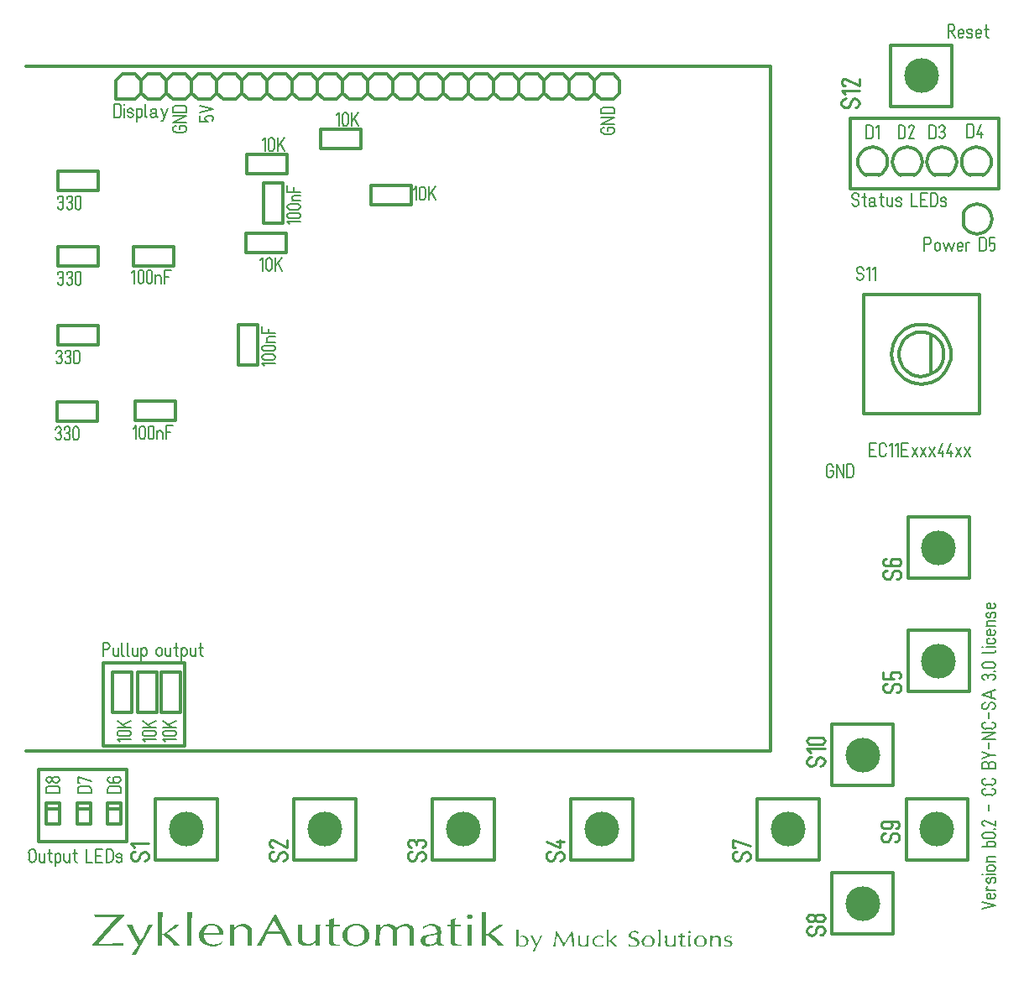
<source format=gto>
%FSLAX35Y35*%
%MOIN*%
%IN21=Bestoeckungsdruckoben(X.GTO)*%
%ADD10C,0.00591*%
%ADD11C,0.00614*%
%ADD12C,0.00768*%
%ADD13C,0.00787*%
%ADD14C,0.01024*%
%ADD15C,0.01181*%
%ADD16C,0.01280*%
%ADD17C,0.01535*%
%ADD18C,0.01575*%
%ADD19C,0.01969*%
%ADD20C,0.02362*%
%ADD21C,0.02795*%
%ADD22C,0.03937*%
%ADD23C,0.12205*%
%ADD24C,0.13780*%
%ADD25C,0.14173*%
%AMR_26*21,1,0.01181,0.01181,0,0,0.000*%
%ADD26R_26*%
%AMR_27*21,1,0.01250,0.01250,0,0,0.000*%
%ADD27R_27*%
%AMR_28*21,1,0.01280,0.01280,0,0,0.000*%
%ADD28R_28*%
%AMR_29*21,1,0.01476,0.01476,0,0,0.000*%
%ADD29R_29*%
%AMR_30*21,1,0.01575,0.01575,0,0,0.000*%
%ADD30R_30*%
%AMR_31*21,1,0.01772,0.01772,0,0,0.000*%
%ADD31R_31*%
%AMR_32*21,1,0.01969,0.01969,0,0,0.000*%
%ADD32R_32*%
%AMR_33*21,1,0.02657,0.02657,0,0,0.000*%
%ADD33R_33*%
%AMR_34*21,1,0.04587,0.05433,0,0,90.000*%
%ADD34R_34*%
%AMR_35*21,1,0.05000,0.05000,0,0,0.000*%
%ADD35R_35*%
%AMR_36*21,1,0.05000,0.05000,0,0,90.000*%
%ADD36R_36*%
%AMR_37*21,1,0.05000,0.05000,0,0,180.000*%
%ADD37R_37*%
%AMR_38*21,1,0.05000,0.05000,0,0,270.000*%
%ADD38R_38*%
%AMR_39*21,1,0.05000,0.09843,0,0,0.000*%
%ADD39R_39*%
%AMR_40*21,1,0.05000,0.10000,0,0,90.000*%
%ADD40R_40*%
%AMR_41*21,1,0.12205,0.05118,0,0,90.000*%
%ADD41R_41*%
%AMR_42*21,1,0.12205,0.05118,0,0,180.000*%
%ADD42R_42*%
%AMR_43*21,1,0.19685,0.19685,0,0,0.000*%
%ADD43R_43*%
%AMOCT_44*4,1,8,0.029528,0.014764,0.014764,0.029528,-0.014764,0.029528,-0.029528,0.014764,-0.029528,-0.014764,-0.014764,-0.029528,0.014764,-0.029528,0.029528,-0.014764,0.029528,0.014764,0.000*%
%ADD44OCT_44*%
%AMOCT_45*4,1,8,0.029528,0.014764,0.014764,0.029528,-0.014764,0.029528,-0.029528,0.014764,-0.029528,-0.014764,-0.014764,-0.029528,0.014764,-0.029528,0.029528,-0.014764,0.029528,0.014764,180.000*%
%ADD45OCT_45*%
%AMOCT_46*4,1,8,0.031496,0.015748,0.015748,0.031496,-0.015748,0.031496,-0.031496,0.015748,-0.031496,-0.015748,-0.015748,-0.031496,0.015748,-0.031496,0.031496,-0.015748,0.031496,0.015748,-0.000*%
%ADD46OCT_46*%
%AMOCT_47*4,1,8,0.031496,0.015748,0.015748,0.031496,-0.015748,0.031496,-0.031496,0.015748,-0.031496,-0.015748,-0.015748,-0.031496,0.015748,-0.031496,0.031496,-0.015748,0.031496,0.015748,90.000*%
%ADD47OCT_47*%
%AMOCT_48*4,1,8,0.031496,0.015748,0.015748,0.031496,-0.015748,0.031496,-0.031496,0.015748,-0.031496,-0.015748,-0.015748,-0.031496,0.015748,-0.031496,0.031496,-0.015748,0.031496,0.015748,270.000*%
%ADD48OCT_48*%
%AMOCT_49*4,1,8,0.035433,0.017717,0.017717,0.035433,-0.017717,0.035433,-0.035433,0.017717,-0.035433,-0.017717,-0.017717,-0.035433,0.017717,-0.035433,0.035433,-0.017717,0.035433,0.017717,180.000*%
%ADD49OCT_49*%
%AMOCT_50*4,1,8,0.035433,0.017717,0.017717,0.035433,-0.017717,0.035433,-0.035433,0.017717,-0.035433,-0.017717,-0.017717,-0.035433,0.017717,-0.035433,0.035433,-0.017717,0.035433,0.017717,270.000*%
%ADD50OCT_50*%
%AMOCT_51*4,1,8,0.039370,0.019685,0.019685,0.039370,-0.019685,0.039370,-0.039370,0.019685,-0.039370,-0.019685,-0.019685,-0.039370,0.019685,-0.039370,0.039370,-0.019685,0.039370,0.019685,0.000*%
%ADD51OCT_51*%
%AMOCT_52*4,1,8,0.039370,0.019685,0.019685,0.039370,-0.019685,0.039370,-0.039370,0.019685,-0.039370,-0.019685,-0.019685,-0.039370,0.019685,-0.039370,0.039370,-0.019685,0.039370,0.019685,270.000*%
%ADD52OCT_52*%
%AMOCT_53*4,1,8,0.053150,0.026575,0.026575,0.053150,-0.026575,0.053150,-0.053150,0.026575,-0.053150,-0.026575,-0.026575,-0.053150,0.026575,-0.053150,0.053150,-0.026575,0.053150,0.026575,180.000*%
%ADD53OCT_53*%
%AMOCT_54*4,1,8,0.064961,0.032480,0.032480,0.064961,-0.032480,0.064961,-0.064961,0.032480,-0.064961,-0.032480,-0.032480,-0.064961,0.032480,-0.064961,0.064961,-0.032480,0.064961,0.032480,180.000*%
%ADD54OCT_54*%
%AMO_55*20,1,0.03937,-0.00787,0.00000,0.00787,0.00000,0*1,1,0.03937,-0.00787,0.00000*1,1,0.03937,0.00787,0.00000*%
%ADD55O_55*%
%AMO_56*20,1,0.05000,0.00000,-0.02421,0.00000,0.02421,0*1,1,0.05000,0.00000,-0.02421*1,1,0.05000,0.00000,0.02421*%
%ADD56O_56*%
%AMO_57*20,1,0.05000,0.02500,0.00000,-0.02500,0.00000,0*1,1,0.05000,0.02500,0.00000*1,1,0.05000,-0.02500,0.00000*%
%ADD57O_57*%
%AMRR_58*21,1,0.06299,0.05039,0,0,-0.000*21,1,0.05039,0.06299,0,0,-0.000*1,1,0.01260,0.02520,0.02520*1,1,0.01260,-0.02520,-0.02520*1,1,0.01260,0.02520,-0.02520*1,1,0.01260,-0.02520,0.02520*%
%ADD58RR_58*%
%AMRR_59*21,1,0.06299,0.05039,0,0,90.000*21,1,0.05039,0.06299,0,0,90.000*1,1,0.01260,-0.02520,0.02520*1,1,0.01260,0.02520,-0.02520*1,1,0.01260,0.02520,0.02520*1,1,0.01260,-0.02520,-0.02520*%
%ADD59RR_59*%
%AMRR_60*21,1,0.06299,0.05039,0,0,270.000*21,1,0.05039,0.06299,0,0,270.000*1,1,0.01260,0.02520,-0.02520*1,1,0.01260,-0.02520,0.02520*1,1,0.01260,-0.02520,-0.02520*1,1,0.01260,0.02520,0.02520*%
%ADD60RR_60*%
G54D12*
X38879Y337199D02*
X39390Y337289D01*
X39828Y337568D01*
X40125Y337992D01*
X40238Y338499D01*
X38879Y337199D02*
X37580Y337199D01*
X37580Y342514D01*
X38879Y342514D01*
X40238Y341215D02*
X40125Y341721D01*
X39828Y342146D01*
X39390Y342425D01*
X38879Y342514D01*
X40238Y341215D02*
X40238Y338499D01*
X41596Y337199D02*
X41596Y340920D01*
X41596Y341983D02*
X41596Y342514D01*
X42954Y337967D02*
X43057Y337583D01*
X43338Y337302D01*
X43722Y337199D01*
X44253Y337199D01*
X44656Y337291D01*
X44959Y337572D01*
X45080Y337967D01*
X45080Y338262D01*
X44959Y338657D01*
X44656Y338938D01*
X44253Y339030D01*
X43722Y339030D01*
X43722Y340684D02*
X43309Y340573D01*
X43006Y340270D01*
X42895Y339857D01*
X43006Y339443D01*
X43309Y339141D01*
X43722Y339030D01*
X43722Y340684D02*
X44253Y340684D01*
X45080Y339857D02*
X44969Y340270D01*
X44667Y340573D01*
X44253Y340684D01*
X46438Y335605D02*
X46438Y340684D01*
X46438Y338262D02*
X46544Y337801D01*
X46839Y337431D01*
X47265Y337226D01*
X47738Y337226D01*
X48164Y337431D01*
X48459Y337801D01*
X48564Y338262D01*
X48564Y339562D02*
X48564Y338262D01*
X48564Y339562D02*
X48459Y340023D01*
X48164Y340393D01*
X47738Y340598D01*
X47265Y340598D01*
X46839Y340393D01*
X46544Y340023D01*
X46438Y339562D01*
X49923Y342514D02*
X49923Y337967D01*
X50026Y337583D01*
X50307Y337302D01*
X50690Y337199D01*
X54175Y339562D02*
X54069Y340023D01*
X53774Y340393D01*
X53348Y340598D01*
X52875Y340598D01*
X52449Y340393D01*
X52154Y340023D01*
X52049Y339562D01*
X53348Y338794D02*
X53751Y338886D01*
X54053Y339167D01*
X54175Y339562D01*
X53348Y338794D02*
X52816Y338794D01*
X52816Y338764D02*
X52418Y338657D01*
X52126Y338366D01*
X52019Y337967D01*
X52126Y337568D01*
X52418Y337277D01*
X52816Y337170D01*
X52816Y337199D02*
X53348Y337199D01*
X53751Y337291D01*
X54053Y337572D01*
X54175Y337967D01*
X54175Y339562D02*
X54175Y337731D01*
X54706Y337199D01*
X56064Y340684D02*
X57364Y337199D01*
X58722Y340684D02*
X56832Y335900D01*
X56301Y335664D01*
X335132Y276491D02*
X335010Y277055D01*
X334664Y277517D01*
X334157Y277794D01*
X333581Y277835D01*
X333040Y277633D01*
X332631Y277225D01*
X332430Y276684D01*
X332471Y276108D01*
X332748Y275601D01*
X333210Y275255D01*
X333774Y275132D01*
X332475Y273774D02*
X332607Y273225D01*
X332956Y272781D01*
X333458Y272521D01*
X334022Y272493D01*
X334546Y272702D01*
X334937Y273111D01*
X335122Y273644D01*
X335070Y274206D01*
X334788Y274696D01*
X334329Y275024D01*
X333774Y275132D01*
X336491Y276727D02*
X337554Y277790D01*
X337554Y272475D01*
X338912Y276727D02*
X339975Y277790D01*
X339975Y272475D01*
X340132Y207790D02*
X337475Y207790D01*
X337475Y205132D01*
X339306Y205132D01*
X337475Y205132D02*
X337475Y202475D01*
X340132Y202475D01*
X344119Y206491D02*
X344017Y206999D01*
X343729Y207430D01*
X343298Y207718D01*
X342790Y207819D01*
X342281Y207718D01*
X341850Y207430D01*
X341562Y206999D01*
X341461Y206491D01*
X341491Y206491D02*
X341491Y203774D01*
X341461Y203774D02*
X341562Y203266D01*
X341850Y202835D01*
X342281Y202547D01*
X342790Y202445D01*
X343298Y202547D01*
X343729Y202835D01*
X344017Y203266D01*
X344119Y203774D01*
X345506Y206727D02*
X346569Y207790D01*
X346569Y202475D01*
X347928Y206727D02*
X348991Y207790D01*
X348991Y202475D01*
X353006Y207790D02*
X350349Y207790D01*
X350349Y205132D01*
X352180Y205132D01*
X350349Y205132D02*
X350349Y202475D01*
X353006Y202475D01*
X354365Y202475D02*
X356491Y205959D01*
X354365Y205959D02*
X356491Y202475D01*
X357849Y202475D02*
X359975Y205959D01*
X357849Y205959D02*
X359975Y202475D01*
X361333Y202475D02*
X363459Y205959D01*
X361333Y205959D02*
X363459Y202475D01*
X366412Y207790D02*
X364817Y203774D01*
X366943Y203774D01*
X366412Y204837D02*
X366412Y202475D01*
X369896Y207790D02*
X368302Y203774D01*
X370428Y203774D01*
X369896Y204837D02*
X369896Y202475D01*
X371786Y202475D02*
X373912Y205959D01*
X371786Y205959D02*
X373912Y202475D01*
X375270Y202475D02*
X377396Y205959D01*
X375270Y205959D02*
X377396Y202475D01*
X337524Y328725D02*
X338035Y328815D01*
X338472Y329093D01*
X338770Y329518D01*
X338882Y330024D01*
X337524Y328725D02*
X336225Y328725D01*
X336225Y334040D01*
X337524Y334040D01*
X338882Y332741D02*
X338770Y333247D01*
X338472Y333672D01*
X338035Y333950D01*
X337524Y334040D01*
X338882Y332741D02*
X338882Y330024D01*
X340241Y332977D02*
X341304Y334040D01*
X341304Y328725D01*
X350337Y328725D02*
X350847Y328815D01*
X351285Y329093D01*
X351583Y329518D01*
X351695Y330024D01*
X350337Y328725D02*
X349037Y328725D01*
X349037Y334040D01*
X350337Y334040D01*
X351695Y332741D02*
X351583Y333247D01*
X351285Y333672D01*
X350847Y333950D01*
X350337Y334040D01*
X351695Y332741D02*
X351695Y330024D01*
X355179Y332977D02*
X355074Y333438D01*
X354779Y333808D01*
X354353Y334013D01*
X353880Y334013D01*
X353453Y333808D01*
X353158Y333438D01*
X353053Y332977D01*
X355179Y332977D02*
X353053Y328725D01*
X355179Y328725D01*
X362524Y328725D02*
X363035Y328815D01*
X363472Y329093D01*
X363770Y329518D01*
X363882Y330024D01*
X362524Y328725D02*
X361225Y328725D01*
X361225Y334040D01*
X362524Y334040D01*
X363882Y332741D02*
X363770Y333247D01*
X363472Y333672D01*
X363035Y333950D01*
X362524Y334040D01*
X363882Y332741D02*
X363882Y330024D01*
X365241Y329788D02*
X365346Y329327D01*
X365641Y328957D01*
X366067Y328752D01*
X366540Y328752D01*
X366966Y328957D01*
X367261Y329327D01*
X367367Y329788D01*
X367367Y330556D02*
X367367Y329788D01*
X367367Y330556D02*
X367286Y330962D01*
X367055Y331307D01*
X366710Y331538D01*
X366304Y331619D01*
X366008Y331619D02*
X366304Y331619D01*
X366008Y331619D01*
X366304Y331619D02*
X366720Y331713D01*
X367068Y331959D01*
X367295Y332320D01*
X367367Y332741D01*
X367367Y332977D02*
X367367Y332741D01*
X367367Y332977D02*
X367261Y333438D01*
X366966Y333808D01*
X366540Y334013D01*
X366067Y334013D01*
X365641Y333808D01*
X365346Y333438D01*
X365241Y332977D01*
X377524Y329069D02*
X378035Y329159D01*
X378472Y329438D01*
X378770Y329862D01*
X378882Y330369D01*
X377524Y329069D02*
X376225Y329069D01*
X376225Y334384D01*
X377524Y334384D01*
X378882Y333085D02*
X378770Y333591D01*
X378472Y334016D01*
X378035Y334295D01*
X377524Y334384D01*
X378882Y333085D02*
X378882Y330369D01*
X381835Y334384D02*
X380241Y330369D01*
X382367Y330369D01*
X381835Y331432D02*
X381835Y329069D01*
X359350Y284069D02*
X359350Y286727D01*
X360649Y286727D01*
X360649Y286756D02*
X361158Y286858D01*
X361589Y287146D01*
X361877Y287577D01*
X361978Y288085D01*
X361877Y288594D01*
X361589Y289025D01*
X361158Y289313D01*
X360649Y289414D01*
X360649Y289384D02*
X359350Y289384D01*
X359350Y286727D01*
X365492Y286432D02*
X365492Y285132D01*
X365492Y286432D02*
X365386Y286893D01*
X365091Y287263D01*
X364665Y287468D01*
X364192Y287468D01*
X363766Y287263D01*
X363471Y286893D01*
X363366Y286432D01*
X363366Y285132D02*
X363366Y286432D01*
X363366Y285132D02*
X363471Y284671D01*
X363766Y284301D01*
X364192Y284096D01*
X364665Y284096D01*
X365091Y284301D01*
X365386Y284671D01*
X365492Y285132D01*
X366850Y287554D02*
X367913Y284069D01*
X368976Y287554D01*
X370039Y284069D01*
X371102Y287554D01*
X372460Y285900D02*
X374586Y285900D01*
X374586Y286432D01*
X374481Y286893D01*
X374186Y287263D01*
X373760Y287468D01*
X373287Y287468D01*
X372860Y287263D01*
X372565Y286893D01*
X372460Y286432D01*
X372460Y285132D01*
X372574Y284653D01*
X372891Y284277D01*
X373344Y284084D01*
X373836Y284115D01*
X374260Y284364D01*
X374527Y284778D01*
X375944Y284069D02*
X375944Y287554D01*
X377303Y287317D02*
X376980Y287507D01*
X376607Y287530D01*
X376263Y287381D01*
X376025Y287092D01*
X375944Y286727D01*
X382500Y284069D02*
X383010Y284159D01*
X383448Y284438D01*
X383745Y284862D01*
X383858Y285369D01*
X382500Y284069D02*
X381200Y284069D01*
X381200Y289384D01*
X382500Y289384D01*
X383858Y288085D02*
X383745Y288591D01*
X383448Y289016D01*
X383010Y289295D01*
X382500Y289384D01*
X383858Y288085D02*
X383858Y285369D01*
X385393Y284542D02*
X385716Y284229D01*
X386139Y284077D01*
X386587Y284114D01*
X386980Y284332D01*
X387247Y284693D01*
X387342Y285132D01*
X387342Y286195D01*
X387237Y286657D01*
X386942Y287026D01*
X386516Y287232D01*
X386042Y287232D01*
X385616Y287026D01*
X385321Y286657D01*
X385216Y286195D01*
X385216Y289384D01*
X387342Y289384D01*
X97235Y238450D02*
X96172Y239513D01*
X101487Y239513D01*
X97235Y242998D02*
X100424Y242998D01*
X97235Y242998D02*
X96774Y242892D01*
X96404Y242597D01*
X96199Y242171D01*
X96199Y241698D01*
X96404Y241272D01*
X96774Y240977D01*
X97235Y240872D01*
X100424Y240872D02*
X97235Y240872D01*
X100424Y240872D02*
X100885Y240977D01*
X101255Y241272D01*
X101460Y241698D01*
X101460Y242171D01*
X101255Y242597D01*
X100885Y242892D01*
X100424Y242998D01*
X97235Y246482D02*
X100424Y246482D01*
X97235Y246482D02*
X96774Y246377D01*
X96404Y246082D01*
X96199Y245655D01*
X96199Y245182D01*
X96404Y244756D01*
X96774Y244461D01*
X97235Y244356D01*
X100424Y244356D02*
X97235Y244356D01*
X100424Y244356D02*
X100885Y244461D01*
X101255Y244756D01*
X101460Y245182D01*
X101460Y245655D01*
X101255Y246082D01*
X100885Y246377D01*
X100424Y246482D01*
X101487Y247840D02*
X98003Y247840D01*
X99125Y249966D02*
X98664Y249861D01*
X98294Y249566D01*
X98088Y249140D01*
X98088Y248667D01*
X98294Y248240D01*
X98664Y247945D01*
X99125Y247840D01*
X99125Y249966D02*
X101487Y249966D01*
X96172Y253982D02*
X96172Y251324D01*
X98830Y251324D01*
X98830Y253155D01*
X98830Y251324D02*
X101487Y251324D01*
X14297Y210082D02*
X14402Y209621D01*
X14697Y209251D01*
X15124Y209046D01*
X15597Y209046D01*
X16023Y209251D01*
X16318Y209621D01*
X16423Y210082D01*
X16423Y210850D02*
X16423Y210082D01*
X16423Y210850D02*
X16342Y211256D01*
X16112Y211601D01*
X15767Y211832D01*
X15360Y211913D01*
X15065Y211913D02*
X15360Y211913D01*
X15065Y211913D01*
X15360Y211913D02*
X15776Y212007D01*
X16124Y212253D01*
X16351Y212614D01*
X16423Y213035D01*
X16423Y213271D02*
X16423Y213035D01*
X16423Y213271D02*
X16318Y213732D01*
X16023Y214102D01*
X15597Y214307D01*
X15124Y214307D01*
X14697Y214102D01*
X14402Y213732D01*
X14297Y213271D01*
X17781Y210082D02*
X17887Y209621D01*
X18182Y209251D01*
X18608Y209046D01*
X19081Y209046D01*
X19507Y209251D01*
X19802Y209621D01*
X19907Y210082D01*
X19907Y210850D02*
X19907Y210082D01*
X19907Y210850D02*
X19827Y211256D01*
X19596Y211601D01*
X19251Y211832D01*
X18844Y211913D01*
X18549Y211913D02*
X18844Y211913D01*
X18549Y211913D01*
X18844Y211913D02*
X19260Y212007D01*
X19608Y212253D01*
X19836Y212614D01*
X19907Y213035D01*
X19907Y213271D02*
X19907Y213035D01*
X19907Y213271D02*
X19802Y213732D01*
X19507Y214102D01*
X19081Y214307D01*
X18608Y214307D01*
X18182Y214102D01*
X17887Y213732D01*
X17781Y213271D01*
X23392Y213271D02*
X23392Y210082D01*
X23392Y213271D02*
X23286Y213732D01*
X22991Y214102D01*
X22565Y214307D01*
X22092Y214307D01*
X21666Y214102D01*
X21371Y213732D01*
X21266Y213271D01*
X21266Y210082D02*
X21266Y213271D01*
X21266Y210082D02*
X21371Y209621D01*
X21666Y209251D01*
X22092Y209046D01*
X22565Y209046D01*
X22991Y209251D01*
X23286Y209621D01*
X23392Y210082D01*
X95549Y280434D02*
X96612Y281497D01*
X96612Y276182D01*
X100097Y280434D02*
X100097Y277245D01*
X100097Y280434D02*
X99991Y280895D01*
X99696Y281265D01*
X99270Y281470D01*
X98797Y281470D01*
X98371Y281265D01*
X98076Y280895D01*
X97971Y280434D01*
X97971Y277245D02*
X97971Y280434D01*
X97971Y277245D02*
X98076Y276784D01*
X98371Y276414D01*
X98797Y276208D01*
X99270Y276208D01*
X99696Y276414D01*
X99991Y276784D01*
X100097Y277245D01*
X101455Y276182D02*
X101455Y281497D01*
X101455Y278012D02*
X104112Y281497D01*
X102518Y279371D02*
X104112Y276182D01*
X107329Y294695D02*
X106266Y295758D01*
X111581Y295758D01*
X107329Y299243D02*
X110518Y299243D01*
X107329Y299243D02*
X106867Y299137D01*
X106497Y298842D01*
X106292Y298416D01*
X106292Y297943D01*
X106497Y297517D01*
X106867Y297222D01*
X107329Y297117D01*
X110518Y297117D02*
X107329Y297117D01*
X110518Y297117D02*
X110979Y297222D01*
X111349Y297517D01*
X111554Y297943D01*
X111554Y298416D01*
X111349Y298842D01*
X110979Y299137D01*
X110518Y299243D01*
X107329Y302727D02*
X110518Y302727D01*
X107329Y302727D02*
X106867Y302622D01*
X106497Y302327D01*
X106292Y301900D01*
X106292Y301427D01*
X106497Y301001D01*
X106867Y300706D01*
X107329Y300601D01*
X110518Y300601D02*
X107329Y300601D01*
X110518Y300601D02*
X110979Y300706D01*
X111349Y301001D01*
X111554Y301427D01*
X111554Y301900D01*
X111349Y302327D01*
X110979Y302622D01*
X110518Y302727D01*
X111581Y304085D02*
X108096Y304085D01*
X109218Y306211D02*
X108757Y306106D01*
X108387Y305811D01*
X108182Y305385D01*
X108182Y304912D01*
X108387Y304485D01*
X108757Y304190D01*
X109218Y304085D01*
X109218Y306211D02*
X111581Y306211D01*
X106266Y310227D02*
X106266Y307569D01*
X108923Y307569D01*
X108923Y309400D01*
X108923Y307569D02*
X111581Y307569D01*
X45235Y213583D02*
X46298Y214646D01*
X46298Y209331D01*
X49782Y213583D02*
X49782Y210394D01*
X49782Y213583D02*
X49677Y214045D01*
X49382Y214415D01*
X48955Y214620D01*
X48482Y214620D01*
X48056Y214415D01*
X47761Y214045D01*
X47656Y213583D01*
X47656Y210394D02*
X47656Y213583D01*
X47656Y210394D02*
X47761Y209933D01*
X48056Y209563D01*
X48482Y209358D01*
X48955Y209358D01*
X49382Y209563D01*
X49677Y209933D01*
X49782Y210394D01*
X53266Y213583D02*
X53266Y210394D01*
X53266Y213583D02*
X53161Y214045D01*
X52866Y214415D01*
X52440Y214620D01*
X51967Y214620D01*
X51540Y214415D01*
X51245Y214045D01*
X51140Y213583D01*
X51140Y210394D02*
X51140Y213583D01*
X51140Y210394D02*
X51245Y209933D01*
X51540Y209563D01*
X51967Y209358D01*
X52440Y209358D01*
X52866Y209563D01*
X53161Y209933D01*
X53266Y210394D01*
X54624Y209331D02*
X54624Y212816D01*
X56750Y211694D02*
X56645Y212155D01*
X56350Y212525D01*
X55924Y212730D01*
X55451Y212730D01*
X55025Y212525D01*
X54730Y212155D01*
X54624Y211694D01*
X56750Y211694D02*
X56750Y209331D01*
X60766Y214646D02*
X58109Y214646D01*
X58109Y211989D01*
X59939Y211989D01*
X58109Y211989D02*
X58109Y209331D01*
X44610Y275458D02*
X45673Y276521D01*
X45673Y271206D01*
X49157Y275458D02*
X49157Y272269D01*
X49157Y275458D02*
X49052Y275920D01*
X48757Y276290D01*
X48330Y276495D01*
X47857Y276495D01*
X47431Y276290D01*
X47136Y275920D01*
X47031Y275458D01*
X47031Y272269D02*
X47031Y275458D01*
X47031Y272269D02*
X47136Y271808D01*
X47431Y271438D01*
X47857Y271233D01*
X48330Y271233D01*
X48757Y271438D01*
X49052Y271808D01*
X49157Y272269D01*
X52641Y275458D02*
X52641Y272269D01*
X52641Y275458D02*
X52536Y275920D01*
X52241Y276290D01*
X51815Y276495D01*
X51342Y276495D01*
X50915Y276290D01*
X50620Y275920D01*
X50515Y275458D01*
X50515Y272269D02*
X50515Y275458D01*
X50515Y272269D02*
X50620Y271808D01*
X50915Y271438D01*
X51342Y271233D01*
X51815Y271233D01*
X52241Y271438D01*
X52536Y271808D01*
X52641Y272269D01*
X53999Y271206D02*
X53999Y274691D01*
X56125Y273569D02*
X56020Y274030D01*
X55725Y274400D01*
X55299Y274605D01*
X54826Y274605D01*
X54400Y274400D01*
X54105Y274030D01*
X53999Y273569D01*
X56125Y273569D02*
X56125Y271206D01*
X60141Y276521D02*
X57484Y276521D01*
X57484Y273864D01*
X59314Y273864D01*
X57484Y273864D02*
X57484Y271206D01*
X14610Y240394D02*
X14715Y239933D01*
X15010Y239563D01*
X15436Y239358D01*
X15909Y239358D01*
X16335Y239563D01*
X16630Y239933D01*
X16736Y240394D01*
X16736Y241162D02*
X16736Y240394D01*
X16736Y241162D02*
X16655Y241569D01*
X16424Y241914D01*
X16079Y242144D01*
X15673Y242225D01*
X15377Y242225D02*
X15673Y242225D01*
X15377Y242225D01*
X15673Y242225D02*
X16089Y242320D01*
X16437Y242566D01*
X16664Y242927D01*
X16736Y243347D01*
X16736Y243583D02*
X16736Y243347D01*
X16736Y243583D02*
X16630Y244045D01*
X16335Y244415D01*
X15909Y244620D01*
X15436Y244620D01*
X15010Y244415D01*
X14715Y244045D01*
X14610Y243583D01*
X18094Y240394D02*
X18199Y239933D01*
X18494Y239563D01*
X18920Y239358D01*
X19393Y239358D01*
X19820Y239563D01*
X20115Y239933D01*
X20220Y240394D01*
X20220Y241162D02*
X20220Y240394D01*
X20220Y241162D02*
X20139Y241569D01*
X19909Y241914D01*
X19564Y242144D01*
X19157Y242225D01*
X18862Y242225D02*
X19157Y242225D01*
X18862Y242225D01*
X19157Y242225D02*
X19573Y242320D01*
X19921Y242566D01*
X20148Y242927D01*
X20220Y243347D01*
X20220Y243583D02*
X20220Y243347D01*
X20220Y243583D02*
X20115Y244045D01*
X19820Y244415D01*
X19393Y244620D01*
X18920Y244620D01*
X18494Y244415D01*
X18199Y244045D01*
X18094Y243583D01*
X23704Y243583D02*
X23704Y240394D01*
X23704Y243583D02*
X23599Y244045D01*
X23304Y244415D01*
X22878Y244620D01*
X22405Y244620D01*
X21978Y244415D01*
X21683Y244045D01*
X21578Y243583D01*
X21578Y240394D02*
X21578Y243583D01*
X21578Y240394D02*
X21683Y239933D01*
X21978Y239563D01*
X22405Y239358D01*
X22878Y239358D01*
X23304Y239563D01*
X23599Y239933D01*
X23704Y240394D01*
X15235Y271644D02*
X15340Y271183D01*
X15635Y270813D01*
X16061Y270608D01*
X16534Y270608D01*
X16960Y270813D01*
X17255Y271183D01*
X17361Y271644D01*
X17361Y272412D02*
X17361Y271644D01*
X17361Y272412D02*
X17280Y272819D01*
X17049Y273164D01*
X16704Y273394D01*
X16298Y273475D01*
X16002Y273475D02*
X16298Y273475D01*
X16002Y273475D01*
X16298Y273475D02*
X16714Y273570D01*
X17062Y273816D01*
X17289Y274177D01*
X17361Y274597D01*
X17361Y274833D02*
X17361Y274597D01*
X17361Y274833D02*
X17255Y275295D01*
X16960Y275665D01*
X16534Y275870D01*
X16061Y275870D01*
X15635Y275665D01*
X15340Y275295D01*
X15235Y274833D01*
X18719Y271644D02*
X18824Y271183D01*
X19119Y270813D01*
X19545Y270608D01*
X20018Y270608D01*
X20445Y270813D01*
X20740Y271183D01*
X20845Y271644D01*
X20845Y272412D02*
X20845Y271644D01*
X20845Y272412D02*
X20764Y272819D01*
X20534Y273164D01*
X20189Y273394D01*
X19782Y273475D01*
X19487Y273475D02*
X19782Y273475D01*
X19487Y273475D01*
X19782Y273475D02*
X20198Y273570D01*
X20546Y273816D01*
X20773Y274177D01*
X20845Y274597D01*
X20845Y274833D02*
X20845Y274597D01*
X20845Y274833D02*
X20740Y275295D01*
X20445Y275665D01*
X20018Y275870D01*
X19545Y275870D01*
X19119Y275665D01*
X18824Y275295D01*
X18719Y274833D01*
X24329Y274833D02*
X24329Y271644D01*
X24329Y274833D02*
X24224Y275295D01*
X23929Y275665D01*
X23503Y275870D01*
X23030Y275870D01*
X22603Y275665D01*
X22308Y275295D01*
X22203Y274833D01*
X22203Y271644D02*
X22203Y274833D01*
X22203Y271644D02*
X22308Y271183D01*
X22603Y270813D01*
X23030Y270608D01*
X23503Y270608D01*
X23929Y270813D01*
X24224Y271183D01*
X24329Y271644D01*
X15235Y301644D02*
X15340Y301183D01*
X15635Y300813D01*
X16061Y300608D01*
X16534Y300608D01*
X16960Y300813D01*
X17255Y301183D01*
X17361Y301644D01*
X17361Y302412D02*
X17361Y301644D01*
X17361Y302412D02*
X17280Y302819D01*
X17049Y303164D01*
X16704Y303394D01*
X16298Y303475D01*
X16002Y303475D02*
X16298Y303475D01*
X16002Y303475D01*
X16298Y303475D02*
X16714Y303570D01*
X17062Y303816D01*
X17289Y304177D01*
X17361Y304597D01*
X17361Y304833D02*
X17361Y304597D01*
X17361Y304833D02*
X17255Y305295D01*
X16960Y305665D01*
X16534Y305870D01*
X16061Y305870D01*
X15635Y305665D01*
X15340Y305295D01*
X15235Y304833D01*
X18719Y301644D02*
X18824Y301183D01*
X19119Y300813D01*
X19545Y300608D01*
X20018Y300608D01*
X20445Y300813D01*
X20740Y301183D01*
X20845Y301644D01*
X20845Y302412D02*
X20845Y301644D01*
X20845Y302412D02*
X20764Y302819D01*
X20534Y303164D01*
X20189Y303394D01*
X19782Y303475D01*
X19487Y303475D02*
X19782Y303475D01*
X19487Y303475D01*
X19782Y303475D02*
X20198Y303570D01*
X20546Y303816D01*
X20773Y304177D01*
X20845Y304597D01*
X20845Y304833D02*
X20845Y304597D01*
X20845Y304833D02*
X20740Y305295D01*
X20445Y305665D01*
X20018Y305870D01*
X19545Y305870D01*
X19119Y305665D01*
X18824Y305295D01*
X18719Y304833D01*
X24329Y304833D02*
X24329Y301644D01*
X24329Y304833D02*
X24224Y305295D01*
X23929Y305665D01*
X23503Y305870D01*
X23030Y305870D01*
X22603Y305665D01*
X22308Y305295D01*
X22203Y304833D01*
X22203Y301644D02*
X22203Y304833D01*
X22203Y301644D02*
X22308Y301183D01*
X22603Y300813D01*
X23030Y300608D01*
X23503Y300608D01*
X23929Y300813D01*
X24224Y301183D01*
X24329Y301644D01*
X57954Y88987D02*
X56891Y90050D01*
X62206Y90050D01*
X57954Y93534D02*
X61143Y93534D01*
X57954Y93534D02*
X57492Y93429D01*
X57122Y93134D01*
X56917Y92708D01*
X56917Y92234D01*
X57122Y91808D01*
X57492Y91513D01*
X57954Y91408D01*
X61143Y91408D02*
X57954Y91408D01*
X61143Y91408D02*
X61604Y91513D01*
X61974Y91808D01*
X62179Y92234D01*
X62179Y92708D01*
X61974Y93134D01*
X61604Y93429D01*
X61143Y93534D01*
X62206Y94892D02*
X56891Y94892D01*
X60375Y94892D02*
X56891Y97550D01*
X59017Y95955D02*
X62206Y97550D01*
X49829Y88987D02*
X48766Y90050D01*
X54081Y90050D01*
X49829Y93534D02*
X53018Y93534D01*
X49829Y93534D02*
X49367Y93429D01*
X48997Y93134D01*
X48792Y92708D01*
X48792Y92234D01*
X48997Y91808D01*
X49367Y91513D01*
X49829Y91408D01*
X53018Y91408D02*
X49829Y91408D01*
X53018Y91408D02*
X53479Y91513D01*
X53849Y91808D01*
X54054Y92234D01*
X54054Y92708D01*
X53849Y93134D01*
X53479Y93429D01*
X53018Y93534D01*
X54081Y94892D02*
X48766Y94892D01*
X52250Y94892D02*
X48766Y97550D01*
X50892Y95955D02*
X54081Y97550D01*
X39829Y88987D02*
X38766Y90050D01*
X44081Y90050D01*
X39829Y93534D02*
X43018Y93534D01*
X39829Y93534D02*
X39367Y93429D01*
X38997Y93134D01*
X38792Y92708D01*
X38792Y92234D01*
X38997Y91808D01*
X39367Y91513D01*
X39829Y91408D01*
X43018Y91408D02*
X39829Y91408D01*
X43018Y91408D02*
X43479Y91513D01*
X43849Y91808D01*
X44054Y92234D01*
X44054Y92708D01*
X43849Y93134D01*
X43479Y93429D01*
X43018Y93534D01*
X44081Y94892D02*
X38766Y94892D01*
X42250Y94892D02*
X38766Y97550D01*
X40892Y95955D02*
X44081Y97550D01*
X40255Y70236D02*
X40165Y70747D01*
X39887Y71184D01*
X39462Y71482D01*
X38956Y71594D01*
X40255Y70236D02*
X40255Y68937D01*
X34940Y68937D01*
X34940Y70236D01*
X36239Y71594D02*
X35733Y71482D01*
X35308Y71184D01*
X35030Y70747D01*
X34940Y70236D01*
X36239Y71594D02*
X38956Y71594D01*
X36003Y75079D02*
X35542Y74973D01*
X35172Y74678D01*
X34966Y74252D01*
X34966Y73779D01*
X35172Y73353D01*
X35542Y73058D01*
X36003Y72953D01*
X39192Y72953D01*
X39653Y73058D01*
X40023Y73353D01*
X40228Y73779D01*
X40228Y74252D01*
X40023Y74678D01*
X39653Y74973D01*
X39192Y75079D01*
X38129Y75079D01*
X37668Y74973D01*
X37298Y74678D01*
X37092Y74252D01*
X37092Y73779D01*
X37298Y73353D01*
X37668Y73058D01*
X38129Y72953D01*
X28380Y70236D02*
X28290Y70747D01*
X28012Y71184D01*
X27587Y71482D01*
X27081Y71594D01*
X28380Y70236D02*
X28380Y68937D01*
X23065Y68937D01*
X23065Y70236D01*
X24364Y71594D02*
X23858Y71482D01*
X23433Y71184D01*
X23155Y70747D01*
X23065Y70236D01*
X24364Y71594D02*
X27081Y71594D01*
X23833Y72953D02*
X23065Y72953D01*
X23065Y75079D01*
X28380Y73484D01*
X15880Y70236D02*
X15790Y70747D01*
X15512Y71184D01*
X15087Y71482D01*
X14581Y71594D01*
X15880Y70236D02*
X15880Y68937D01*
X10565Y68937D01*
X10565Y70236D01*
X11864Y71594D02*
X11358Y71482D01*
X10933Y71184D01*
X10655Y70747D01*
X10565Y70236D01*
X11864Y71594D02*
X14581Y71594D01*
X14049Y75079D02*
X14817Y75079D01*
X14049Y75079D02*
X13588Y74973D01*
X13218Y74678D01*
X13013Y74252D01*
X13013Y73779D01*
X13218Y73353D01*
X13588Y73058D01*
X14049Y72953D01*
X14817Y72953D02*
X14049Y72953D01*
X14817Y72953D02*
X15278Y73058D01*
X15648Y73353D01*
X15853Y73779D01*
X15853Y74252D01*
X15648Y74678D01*
X15278Y74973D01*
X14817Y75079D01*
X11628Y75079D02*
X11864Y75079D01*
X11628Y75079D02*
X11167Y74973D01*
X10797Y74678D01*
X10591Y74252D01*
X10591Y73779D01*
X10797Y73353D01*
X11167Y73058D01*
X11628Y72953D01*
X11864Y72953D02*
X11628Y72953D01*
X11864Y72953D02*
X12325Y73058D01*
X12695Y73353D01*
X12900Y73779D01*
X12900Y74252D01*
X12695Y74678D01*
X12325Y74973D01*
X11864Y75079D01*
X156485Y308583D02*
X157548Y309646D01*
X157548Y304331D01*
X161032Y308583D02*
X161032Y305394D01*
X161032Y308583D02*
X160927Y309045D01*
X160632Y309415D01*
X160205Y309620D01*
X159732Y309620D01*
X159306Y309415D01*
X159011Y309045D01*
X158906Y308583D01*
X158906Y305394D02*
X158906Y308583D01*
X158906Y305394D02*
X159011Y304933D01*
X159306Y304563D01*
X159732Y304358D01*
X160205Y304358D01*
X160632Y304563D01*
X160927Y304933D01*
X161032Y305394D01*
X162390Y304331D02*
X162390Y309646D01*
X162390Y306162D02*
X165048Y309646D01*
X163453Y307520D02*
X165048Y304331D01*
X125860Y337958D02*
X126923Y339021D01*
X126923Y333706D01*
X130407Y337958D02*
X130407Y334769D01*
X130407Y337958D02*
X130302Y338420D01*
X130007Y338790D01*
X129580Y338995D01*
X129107Y338995D01*
X128681Y338790D01*
X128386Y338420D01*
X128281Y337958D01*
X128281Y334769D02*
X128281Y337958D01*
X128281Y334769D02*
X128386Y334308D01*
X128681Y333938D01*
X129107Y333733D01*
X129580Y333733D01*
X130007Y333938D01*
X130302Y334308D01*
X130407Y334769D01*
X131765Y333706D02*
X131765Y339021D01*
X131765Y335537D02*
X134423Y339021D01*
X132828Y336895D02*
X134423Y333706D01*
X96485Y327958D02*
X97548Y329021D01*
X97548Y323706D01*
X101032Y327958D02*
X101032Y324769D01*
X101032Y327958D02*
X100927Y328420D01*
X100632Y328790D01*
X100205Y328995D01*
X99732Y328995D01*
X99306Y328790D01*
X99011Y328420D01*
X98906Y327958D01*
X98906Y324769D02*
X98906Y327958D01*
X98906Y324769D02*
X99011Y324308D01*
X99306Y323938D01*
X99732Y323733D01*
X100205Y323733D01*
X100632Y323938D01*
X100927Y324308D01*
X101032Y324769D01*
X102390Y323706D02*
X102390Y329021D01*
X102390Y325537D02*
X105048Y329021D01*
X103453Y326895D02*
X105048Y323706D01*
X382160Y22787D02*
X387475Y24087D01*
X382160Y25445D01*
X385644Y26803D02*
X385644Y28929D01*
X385113Y28929D01*
X384651Y28824D01*
X384282Y28529D01*
X384076Y28103D01*
X384076Y27630D01*
X384282Y27203D01*
X384651Y26908D01*
X385113Y26803D01*
X386412Y26803D01*
X386891Y26917D01*
X387267Y27234D01*
X387461Y27687D01*
X387429Y28179D01*
X387180Y28603D01*
X386766Y28870D01*
X387475Y30287D02*
X383991Y30287D01*
X384227Y31646D02*
X384037Y31323D01*
X384014Y30950D01*
X384163Y30606D01*
X384452Y30368D01*
X384817Y30287D01*
X386707Y33004D02*
X387091Y33107D01*
X387372Y33388D01*
X387475Y33772D01*
X387475Y34303D01*
X387383Y34706D01*
X387102Y35008D01*
X386707Y35130D01*
X386412Y35130D01*
X386017Y35008D01*
X385736Y34706D01*
X385644Y34303D01*
X385644Y33772D01*
X383991Y33772D02*
X384101Y33358D01*
X384404Y33056D01*
X384817Y32945D01*
X385231Y33056D01*
X385533Y33358D01*
X385644Y33772D01*
X383991Y33772D02*
X383991Y34303D01*
X384817Y35130D02*
X384404Y35019D01*
X384101Y34717D01*
X383991Y34303D01*
X387475Y36488D02*
X383754Y36488D01*
X382691Y36488D02*
X382160Y36488D01*
X385113Y39972D02*
X386412Y39972D01*
X385113Y39972D02*
X384651Y39867D01*
X384282Y39572D01*
X384076Y39146D01*
X384076Y38673D01*
X384282Y38247D01*
X384651Y37952D01*
X385113Y37846D01*
X386412Y37846D02*
X385113Y37846D01*
X386412Y37846D02*
X386873Y37952D01*
X387243Y38247D01*
X387448Y38673D01*
X387448Y39146D01*
X387243Y39572D01*
X386873Y39867D01*
X386412Y39972D01*
X387475Y41331D02*
X383991Y41331D01*
X385113Y43457D02*
X384651Y43351D01*
X384282Y43056D01*
X384076Y42630D01*
X384076Y42157D01*
X384282Y41731D01*
X384651Y41436D01*
X385113Y41331D01*
X385113Y43457D02*
X387475Y43457D01*
X387475Y47354D02*
X382160Y47354D01*
X386412Y47354D02*
X386873Y47460D01*
X387243Y47755D01*
X387448Y48181D01*
X387448Y48654D01*
X387243Y49080D01*
X386873Y49375D01*
X386412Y49480D01*
X385113Y49480D02*
X386412Y49480D01*
X385113Y49480D02*
X384651Y49375D01*
X384282Y49080D01*
X384076Y48654D01*
X384076Y48181D01*
X384282Y47755D01*
X384651Y47460D01*
X385113Y47354D01*
X383223Y52965D02*
X386412Y52965D01*
X383223Y52965D02*
X382762Y52859D01*
X382392Y52564D01*
X382187Y52138D01*
X382187Y51665D01*
X382392Y51239D01*
X382762Y50944D01*
X383223Y50839D01*
X386412Y50839D02*
X383223Y50839D01*
X386412Y50839D02*
X386873Y50944D01*
X387243Y51239D01*
X387448Y51665D01*
X387448Y52138D01*
X387243Y52564D01*
X386873Y52859D01*
X386412Y52965D01*
X386943Y54323D02*
X387475Y54323D01*
X383223Y57807D02*
X382762Y57702D01*
X382392Y57407D01*
X382187Y56981D01*
X382187Y56508D01*
X382392Y56081D01*
X382762Y55786D01*
X383223Y55681D01*
X383223Y57807D02*
X387475Y55681D01*
X387475Y57807D01*
X384817Y61705D02*
X384817Y64067D01*
X383459Y70593D02*
X382951Y70491D01*
X382520Y70203D01*
X382232Y69772D01*
X382130Y69264D01*
X382232Y68755D01*
X382520Y68324D01*
X382951Y68036D01*
X383459Y67935D01*
X383459Y67965D02*
X386176Y67965D01*
X386176Y67935D02*
X386684Y68036D01*
X387115Y68324D01*
X387403Y68755D01*
X387504Y69264D01*
X387403Y69772D01*
X387115Y70203D01*
X386684Y70491D01*
X386176Y70593D01*
X383459Y74608D02*
X382951Y74507D01*
X382520Y74219D01*
X382232Y73788D01*
X382130Y73280D01*
X382232Y72771D01*
X382520Y72340D01*
X382951Y72052D01*
X383459Y71951D01*
X383459Y71980D02*
X386176Y71980D01*
X386176Y71951D02*
X386684Y72052D01*
X387115Y72340D01*
X387403Y72771D01*
X387504Y73280D01*
X387403Y73788D01*
X387115Y74219D01*
X386684Y74507D01*
X386176Y74608D01*
X384817Y79835D02*
X384817Y78535D01*
X384788Y79835D02*
X384687Y80343D01*
X384399Y80774D01*
X383968Y81062D01*
X383459Y81163D01*
X382951Y81062D01*
X382520Y80774D01*
X382232Y80343D01*
X382130Y79835D01*
X382160Y78535D02*
X382160Y79835D01*
X387475Y78535D02*
X382160Y78535D01*
X387475Y79835D02*
X387475Y78535D01*
X387504Y79835D02*
X387403Y80343D01*
X387115Y80774D01*
X386684Y81062D01*
X386176Y81163D01*
X385667Y81062D01*
X385236Y80774D01*
X384948Y80343D01*
X384847Y79835D01*
X382160Y82551D02*
X385644Y83850D01*
X382160Y85209D01*
X385644Y83850D02*
X387475Y83850D01*
X384817Y86567D02*
X384817Y88929D01*
X387475Y90287D02*
X382160Y90287D01*
X387475Y92945D01*
X382160Y92945D01*
X383459Y96931D02*
X382951Y96830D01*
X382520Y96542D01*
X382232Y96111D01*
X382130Y95602D01*
X382232Y95094D01*
X382520Y94663D01*
X382951Y94375D01*
X383459Y94274D01*
X383459Y94303D02*
X386176Y94303D01*
X386176Y94274D02*
X386684Y94375D01*
X387115Y94663D01*
X387403Y95094D01*
X387504Y95602D01*
X387403Y96111D01*
X387115Y96542D01*
X386684Y96830D01*
X386176Y96931D01*
X384817Y98319D02*
X384817Y100681D01*
X383459Y104697D02*
X382895Y104574D01*
X382433Y104228D01*
X382156Y103721D01*
X382115Y103145D01*
X382317Y102604D01*
X382725Y102196D01*
X383266Y101994D01*
X383842Y102035D01*
X384349Y102312D01*
X384695Y102774D01*
X384817Y103339D01*
X386176Y102039D02*
X386725Y102172D01*
X387169Y102520D01*
X387429Y103022D01*
X387457Y103586D01*
X387247Y104111D01*
X386839Y104501D01*
X386306Y104687D01*
X385743Y104634D01*
X385254Y104353D01*
X384925Y103893D01*
X384817Y103339D01*
X387475Y106055D02*
X382160Y107886D01*
X387475Y109776D01*
X385880Y106587D02*
X385880Y109244D01*
X386412Y113673D02*
X386873Y113778D01*
X387243Y114073D01*
X387448Y114500D01*
X387448Y114973D01*
X387243Y115399D01*
X386873Y115694D01*
X386412Y115799D01*
X385644Y115799D02*
X386412Y115799D01*
X385644Y115799D02*
X385237Y115718D01*
X384893Y115488D01*
X384662Y115143D01*
X384581Y114736D01*
X384581Y114441D02*
X384581Y114736D01*
X384581Y114441D01*
X384581Y114736D02*
X384487Y115152D01*
X384240Y115500D01*
X383880Y115727D01*
X383459Y115799D01*
X383223Y115799D02*
X383459Y115799D01*
X383223Y115799D02*
X382762Y115694D01*
X382392Y115399D01*
X382187Y114973D01*
X382187Y114500D01*
X382392Y114073D01*
X382762Y113778D01*
X383223Y113673D01*
X386943Y117157D02*
X387475Y117157D01*
X383223Y120642D02*
X386412Y120642D01*
X383223Y120642D02*
X382762Y120536D01*
X382392Y120241D01*
X382187Y119815D01*
X382187Y119342D01*
X382392Y118916D01*
X382762Y118621D01*
X383223Y118516D01*
X386412Y118516D02*
X383223Y118516D01*
X386412Y118516D02*
X386873Y118621D01*
X387243Y118916D01*
X387448Y119342D01*
X387448Y119815D01*
X387243Y120241D01*
X386873Y120536D01*
X386412Y120642D01*
X382160Y124539D02*
X386707Y124539D01*
X387091Y124642D01*
X387372Y124923D01*
X387475Y125307D01*
X387475Y126665D02*
X383754Y126665D01*
X382691Y126665D02*
X382160Y126665D01*
X385113Y130150D02*
X384651Y130044D01*
X384282Y129749D01*
X384076Y129323D01*
X384076Y128850D01*
X384282Y128424D01*
X384651Y128129D01*
X385113Y128024D01*
X386412Y128024D01*
X386873Y128129D01*
X387243Y128424D01*
X387448Y128850D01*
X387448Y129323D01*
X387243Y129749D01*
X386873Y130044D01*
X386412Y130150D01*
X385644Y131508D02*
X385644Y133634D01*
X385113Y133634D01*
X384651Y133529D01*
X384282Y133234D01*
X384076Y132807D01*
X384076Y132334D01*
X384282Y131908D01*
X384651Y131613D01*
X385113Y131508D01*
X386412Y131508D01*
X386891Y131622D01*
X387267Y131939D01*
X387461Y132392D01*
X387429Y132883D01*
X387180Y133308D01*
X386766Y133575D01*
X387475Y134992D02*
X383991Y134992D01*
X385113Y137118D02*
X384651Y137013D01*
X384282Y136718D01*
X384076Y136292D01*
X384076Y135819D01*
X384282Y135392D01*
X384651Y135097D01*
X385113Y134992D01*
X385113Y137118D02*
X387475Y137118D01*
X386707Y138476D02*
X387091Y138579D01*
X387372Y138860D01*
X387475Y139244D01*
X387475Y139776D01*
X387383Y140178D01*
X387102Y140481D01*
X386707Y140602D01*
X386412Y140602D01*
X386017Y140481D01*
X385736Y140178D01*
X385644Y139776D01*
X385644Y139244D01*
X383991Y139244D02*
X384101Y138831D01*
X384404Y138528D01*
X384817Y138417D01*
X385231Y138528D01*
X385533Y138831D01*
X385644Y139244D01*
X383991Y139244D02*
X383991Y139776D01*
X384817Y140602D02*
X384404Y140492D01*
X384101Y140189D01*
X383991Y139776D01*
X385644Y141961D02*
X385644Y144087D01*
X385113Y144087D01*
X384651Y143981D01*
X384282Y143686D01*
X384076Y143260D01*
X384076Y142787D01*
X384282Y142361D01*
X384651Y142066D01*
X385113Y141961D01*
X386412Y141961D01*
X386891Y142074D01*
X387267Y142392D01*
X387461Y142845D01*
X387429Y143336D01*
X387180Y143761D01*
X386766Y144028D01*
X3695Y42524D02*
X3797Y42016D01*
X4085Y41585D01*
X4516Y41297D01*
X5024Y41195D01*
X5533Y41297D01*
X5964Y41585D01*
X6252Y42016D01*
X6353Y42524D01*
X6382Y42524D02*
X6382Y45241D01*
X6353Y45241D02*
X6252Y45749D01*
X5964Y46180D01*
X5533Y46468D01*
X5024Y46569D01*
X4516Y46468D01*
X4085Y46180D01*
X3797Y45749D01*
X3695Y45241D01*
X3725Y45241D02*
X3725Y42524D01*
X7741Y44709D02*
X7741Y42288D01*
X7846Y41827D01*
X8141Y41457D01*
X8567Y41252D01*
X9040Y41252D01*
X9466Y41457D01*
X9761Y41827D01*
X9867Y42288D01*
X9867Y44709D02*
X9867Y41225D01*
X11225Y44709D02*
X12819Y44709D01*
X11993Y46540D02*
X11993Y41993D01*
X12114Y41598D01*
X12417Y41317D01*
X12819Y41225D01*
X14178Y39630D02*
X14178Y44709D01*
X14178Y42288D02*
X14283Y41827D01*
X14578Y41457D01*
X15004Y41252D01*
X15477Y41252D01*
X15903Y41457D01*
X16198Y41827D01*
X16304Y42288D01*
X16304Y43587D02*
X16304Y42288D01*
X16304Y43587D02*
X16198Y44048D01*
X15903Y44418D01*
X15477Y44623D01*
X15004Y44623D01*
X14578Y44418D01*
X14283Y44048D01*
X14178Y43587D01*
X17662Y44709D02*
X17662Y42288D01*
X17767Y41827D01*
X18062Y41457D01*
X18488Y41252D01*
X18961Y41252D01*
X19388Y41457D01*
X19683Y41827D01*
X19788Y42288D01*
X19788Y44709D02*
X19788Y41225D01*
X21146Y44709D02*
X22741Y44709D01*
X21914Y46540D02*
X21914Y41993D01*
X22035Y41598D01*
X22338Y41317D01*
X22741Y41225D01*
X26638Y46540D02*
X26638Y41225D01*
X29000Y41225D01*
X33016Y46540D02*
X30359Y46540D01*
X30359Y43882D01*
X32189Y43882D01*
X30359Y43882D02*
X30359Y41225D01*
X33016Y41225D01*
X35674Y41225D02*
X36184Y41315D01*
X36622Y41593D01*
X36920Y42018D01*
X37032Y42524D01*
X35674Y41225D02*
X34375Y41225D01*
X34375Y46540D01*
X35674Y46540D01*
X37032Y45241D02*
X36920Y45747D01*
X36622Y46172D01*
X36184Y46450D01*
X35674Y46540D01*
X37032Y45241D02*
X37032Y42524D01*
X38390Y41993D02*
X38493Y41609D01*
X38774Y41328D01*
X39158Y41225D01*
X39689Y41225D01*
X40092Y41317D01*
X40395Y41598D01*
X40516Y41993D01*
X40516Y42288D01*
X40395Y42683D01*
X40092Y42964D01*
X39689Y43056D01*
X39158Y43056D01*
X39158Y44709D02*
X38745Y44598D01*
X38442Y44296D01*
X38331Y43882D01*
X38442Y43469D01*
X38745Y43166D01*
X39158Y43056D01*
X39158Y44709D02*
X39689Y44709D01*
X40516Y43882D02*
X40405Y44296D01*
X40103Y44598D01*
X39689Y44709D01*
X333257Y305866D02*
X333135Y306430D01*
X332789Y306892D01*
X332282Y307169D01*
X331706Y307210D01*
X331165Y307008D01*
X330756Y306600D01*
X330555Y306059D01*
X330596Y305483D01*
X330873Y304976D01*
X331335Y304630D01*
X331899Y304507D01*
X330600Y303149D02*
X330732Y302600D01*
X331081Y302156D01*
X331583Y301896D01*
X332147Y301868D01*
X332671Y302077D01*
X333062Y302486D01*
X333247Y303019D01*
X333195Y303581D01*
X332913Y304071D01*
X332454Y304399D01*
X331899Y304507D01*
X334616Y305334D02*
X336210Y305334D01*
X335383Y307165D02*
X335383Y302618D01*
X335505Y302223D01*
X335807Y301942D01*
X336210Y301850D01*
X339694Y304212D02*
X339589Y304673D01*
X339294Y305043D01*
X338868Y305248D01*
X338395Y305248D01*
X337969Y305043D01*
X337674Y304673D01*
X337568Y304212D01*
X338868Y303444D02*
X339270Y303536D01*
X339573Y303817D01*
X339694Y304212D01*
X338868Y303444D02*
X338336Y303444D01*
X338336Y303415D02*
X337937Y303308D01*
X337646Y303016D01*
X337539Y302618D01*
X337646Y302219D01*
X337937Y301927D01*
X338336Y301820D01*
X338336Y301850D02*
X338868Y301850D01*
X339270Y301942D01*
X339573Y302223D01*
X339694Y302618D01*
X339694Y304212D02*
X339694Y302381D01*
X340226Y301850D01*
X341584Y305334D02*
X343179Y305334D01*
X342352Y307165D02*
X342352Y302618D01*
X342473Y302223D01*
X342776Y301942D01*
X343179Y301850D01*
X344537Y305334D02*
X344537Y302913D01*
X344642Y302452D01*
X344937Y302082D01*
X345363Y301877D01*
X345836Y301877D01*
X346263Y302082D01*
X346558Y302452D01*
X346663Y302913D01*
X346663Y305334D02*
X346663Y301850D01*
X348021Y302618D02*
X348124Y302234D01*
X348405Y301953D01*
X348789Y301850D01*
X349320Y301850D01*
X349723Y301942D01*
X350026Y302223D01*
X350147Y302618D01*
X350147Y302913D01*
X350026Y303308D01*
X349723Y303589D01*
X349320Y303681D01*
X348789Y303681D01*
X348789Y305334D02*
X348375Y305223D01*
X348073Y304921D01*
X347962Y304507D01*
X348073Y304094D01*
X348375Y303791D01*
X348789Y303681D01*
X348789Y305334D02*
X349320Y305334D01*
X350147Y304507D02*
X350036Y304921D01*
X349734Y305223D01*
X349320Y305334D01*
X354045Y307165D02*
X354045Y301850D01*
X356407Y301850D01*
X360423Y307165D02*
X357765Y307165D01*
X357765Y304507D01*
X359596Y304507D01*
X357765Y304507D02*
X357765Y301850D01*
X360423Y301850D01*
X363080Y301850D02*
X363591Y301940D01*
X364029Y302218D01*
X364326Y302643D01*
X364438Y303149D01*
X363080Y301850D02*
X361781Y301850D01*
X361781Y307165D01*
X363080Y307165D01*
X364438Y305866D02*
X364326Y306372D01*
X364029Y306797D01*
X363591Y307075D01*
X363080Y307165D01*
X364438Y305866D02*
X364438Y303149D01*
X365797Y302618D02*
X365900Y302234D01*
X366181Y301953D01*
X366564Y301850D01*
X367096Y301850D01*
X367499Y301942D01*
X367801Y302223D01*
X367923Y302618D01*
X367923Y302913D01*
X367801Y303308D01*
X367499Y303589D01*
X367096Y303681D01*
X366564Y303681D01*
X366564Y305334D02*
X366151Y305223D01*
X365848Y304921D01*
X365738Y304507D01*
X365848Y304094D01*
X366151Y303791D01*
X366564Y303681D01*
X366564Y305334D02*
X367096Y305334D01*
X367923Y304507D02*
X367812Y304921D01*
X367509Y305223D01*
X367096Y305334D01*
X33100Y123100D02*
X33100Y125757D01*
X34399Y125757D01*
X34399Y125787D02*
X34908Y125888D01*
X35339Y126176D01*
X35627Y126607D01*
X35728Y127116D01*
X35627Y127624D01*
X35339Y128055D01*
X34908Y128343D01*
X34399Y128444D01*
X34399Y128415D02*
X33100Y128415D01*
X33100Y125757D01*
X37116Y126584D02*
X37116Y124163D01*
X37221Y123702D01*
X37516Y123332D01*
X37942Y123127D01*
X38415Y123127D01*
X38841Y123332D01*
X39136Y123702D01*
X39242Y124163D01*
X39242Y126584D02*
X39242Y123100D01*
X40600Y128415D02*
X40600Y123868D01*
X40703Y123484D01*
X40984Y123203D01*
X41368Y123100D01*
X42726Y128415D02*
X42726Y123868D01*
X42829Y123484D01*
X43110Y123203D01*
X43494Y123100D01*
X44852Y126584D02*
X44852Y124163D01*
X44957Y123702D01*
X45252Y123332D01*
X45678Y123127D01*
X46151Y123127D01*
X46578Y123332D01*
X46873Y123702D01*
X46978Y124163D01*
X46978Y126584D02*
X46978Y123100D01*
X48336Y121505D02*
X48336Y126584D01*
X48336Y124163D02*
X48441Y123702D01*
X48736Y123332D01*
X49163Y123127D01*
X49636Y123127D01*
X50062Y123332D01*
X50357Y123702D01*
X50462Y124163D01*
X50462Y125462D02*
X50462Y124163D01*
X50462Y125462D02*
X50357Y125923D01*
X50062Y126293D01*
X49636Y126498D01*
X49163Y126498D01*
X48736Y126293D01*
X48441Y125923D01*
X48336Y125462D01*
X56486Y125462D02*
X56486Y124163D01*
X56486Y125462D02*
X56380Y125923D01*
X56085Y126293D01*
X55659Y126498D01*
X55186Y126498D01*
X54760Y126293D01*
X54465Y125923D01*
X54360Y125462D01*
X54360Y124163D02*
X54360Y125462D01*
X54360Y124163D02*
X54465Y123702D01*
X54760Y123332D01*
X55186Y123127D01*
X55659Y123127D01*
X56085Y123332D01*
X56380Y123702D01*
X56486Y124163D01*
X57844Y126584D02*
X57844Y124163D01*
X57949Y123702D01*
X58244Y123332D01*
X58670Y123127D01*
X59144Y123127D01*
X59570Y123332D01*
X59865Y123702D01*
X59970Y124163D01*
X59970Y126584D02*
X59970Y123100D01*
X61328Y126584D02*
X62923Y126584D01*
X62096Y128415D02*
X62096Y123868D01*
X62217Y123473D01*
X62520Y123192D01*
X62923Y123100D01*
X64281Y121505D02*
X64281Y126584D01*
X64281Y124163D02*
X64386Y123702D01*
X64681Y123332D01*
X65107Y123127D01*
X65581Y123127D01*
X66007Y123332D01*
X66302Y123702D01*
X66407Y124163D01*
X66407Y125462D02*
X66407Y124163D01*
X66407Y125462D02*
X66302Y125923D01*
X66007Y126293D01*
X65581Y126498D01*
X65107Y126498D01*
X64681Y126293D01*
X64386Y125923D01*
X64281Y125462D01*
X67765Y126584D02*
X67765Y124163D01*
X67871Y123702D01*
X68165Y123332D01*
X68592Y123127D01*
X69065Y123127D01*
X69491Y123332D01*
X69786Y123702D01*
X69891Y124163D01*
X69891Y126584D02*
X69891Y123100D01*
X71250Y126584D02*
X72844Y126584D01*
X72017Y128415D02*
X72017Y123868D01*
X72139Y123473D01*
X72441Y123192D01*
X72844Y123100D01*
X76377Y335777D02*
X76690Y336100D01*
X76842Y336523D01*
X76805Y336971D01*
X76587Y337363D01*
X76226Y337631D01*
X75787Y337726D01*
X74724Y337726D01*
X74263Y337621D01*
X73893Y337326D01*
X73688Y336899D01*
X73688Y336426D01*
X73893Y336000D01*
X74263Y335705D01*
X74724Y335600D01*
X71535Y335600D01*
X71535Y337726D01*
X71535Y339084D02*
X76850Y340383D01*
X71535Y341742D01*
X232209Y333228D02*
X231701Y333127D01*
X231270Y332839D01*
X230982Y332408D01*
X230880Y331899D01*
X230982Y331391D01*
X231270Y330960D01*
X231701Y330672D01*
X232209Y330570D01*
X232209Y330600D02*
X234926Y330600D01*
X234926Y330570D02*
X235434Y330672D01*
X235865Y330960D01*
X236153Y331391D01*
X236254Y331899D01*
X236153Y332408D01*
X235865Y332839D01*
X235434Y333127D01*
X234926Y333228D01*
X234926Y333257D02*
X233567Y333257D01*
X233567Y331899D01*
X236225Y334616D02*
X230910Y334616D01*
X236225Y337273D01*
X230910Y337273D01*
X236225Y339931D02*
X236135Y340441D01*
X235857Y340879D01*
X235432Y341177D01*
X234926Y341289D01*
X236225Y339931D02*
X236225Y338631D01*
X230910Y338631D01*
X230910Y339931D01*
X232209Y341289D02*
X231703Y341177D01*
X231278Y340879D01*
X231000Y340441D01*
X230910Y339931D01*
X232209Y341289D02*
X234926Y341289D01*
X62209Y333853D02*
X61701Y333752D01*
X61270Y333464D01*
X60982Y333033D01*
X60880Y332524D01*
X60982Y332016D01*
X61270Y331585D01*
X61701Y331297D01*
X62209Y331195D01*
X62209Y331225D02*
X64926Y331225D01*
X64926Y331195D02*
X65434Y331297D01*
X65865Y331585D01*
X66153Y332016D01*
X66254Y332524D01*
X66153Y333033D01*
X65865Y333464D01*
X65434Y333752D01*
X64926Y333853D01*
X64926Y333882D02*
X63567Y333882D01*
X63567Y332524D01*
X66225Y335241D02*
X60910Y335241D01*
X66225Y337898D01*
X60910Y337898D01*
X66225Y340556D02*
X66135Y341066D01*
X65857Y341504D01*
X65432Y341802D01*
X64926Y341914D01*
X66225Y340556D02*
X66225Y339256D01*
X60910Y339256D01*
X60910Y340556D01*
X62209Y341914D02*
X61703Y341802D01*
X61278Y341504D01*
X61000Y341066D01*
X60910Y340556D01*
X62209Y341914D02*
X64926Y341914D01*
X323056Y198085D02*
X322954Y198594D01*
X322666Y199025D01*
X322235Y199313D01*
X321727Y199414D01*
X321218Y199313D01*
X320787Y199025D01*
X320499Y198594D01*
X320398Y198085D01*
X320428Y198085D02*
X320428Y195369D01*
X320398Y195369D02*
X320499Y194860D01*
X320787Y194429D01*
X321218Y194141D01*
X321727Y194040D01*
X322235Y194141D01*
X322666Y194429D01*
X322954Y194860D01*
X323056Y195369D01*
X323085Y195369D02*
X323085Y196727D01*
X321727Y196727D01*
X324443Y194069D02*
X324443Y199384D01*
X327101Y194069D01*
X327101Y199384D01*
X329758Y194069D02*
X330269Y194159D01*
X330707Y194438D01*
X331004Y194862D01*
X331117Y195369D01*
X329758Y194069D02*
X328459Y194069D01*
X328459Y199384D01*
X329758Y199384D01*
X331117Y198085D02*
X331004Y198591D01*
X330707Y199016D01*
X330269Y199295D01*
X329758Y199384D01*
X331117Y198085D02*
X331117Y195369D01*
X368725Y368725D02*
X368725Y374040D01*
X370024Y374040D01*
X370024Y371412D02*
X370533Y371513D01*
X370964Y371801D01*
X371252Y372232D01*
X371353Y372741D01*
X371252Y373249D01*
X370964Y373680D01*
X370533Y373968D01*
X370024Y374069D01*
X370024Y371382D02*
X368725Y371382D01*
X370024Y371382D02*
X371382Y368725D01*
X372741Y370556D02*
X374867Y370556D01*
X374867Y371087D01*
X374761Y371548D01*
X374466Y371918D01*
X374040Y372123D01*
X373567Y372123D01*
X373141Y371918D01*
X372846Y371548D01*
X372741Y371087D01*
X372741Y369788D01*
X372855Y369309D01*
X373172Y368932D01*
X373625Y368739D01*
X374116Y368771D01*
X374541Y369020D01*
X374808Y369434D01*
X376225Y369493D02*
X376328Y369109D01*
X376609Y368828D01*
X376993Y368725D01*
X377524Y368725D01*
X377927Y368817D01*
X378229Y369098D01*
X378351Y369493D01*
X378351Y369788D01*
X378229Y370183D01*
X377927Y370464D01*
X377524Y370556D01*
X376993Y370556D01*
X376993Y372209D02*
X376579Y372098D01*
X376277Y371796D01*
X376166Y371382D01*
X376277Y370969D01*
X376579Y370666D01*
X376993Y370556D01*
X376993Y372209D02*
X377524Y372209D01*
X378351Y371382D02*
X378240Y371796D01*
X377937Y372098D01*
X377524Y372209D01*
X379709Y370556D02*
X381835Y370556D01*
X381835Y371087D01*
X381730Y371548D01*
X381435Y371918D01*
X381009Y372123D01*
X380536Y372123D01*
X380109Y371918D01*
X379814Y371548D01*
X379709Y371087D01*
X379709Y369788D01*
X379823Y369309D01*
X380140Y368932D01*
X380593Y368739D01*
X381085Y368771D01*
X381509Y369020D01*
X381776Y369434D01*
X383193Y372209D02*
X384788Y372209D01*
X383961Y374040D02*
X383961Y369493D01*
X384083Y369098D01*
X384385Y368817D01*
X384788Y368725D01*
G54D14*
X45871Y45423D02*
X45228Y45305D01*
X44670Y44967D01*
X44267Y44453D01*
X44073Y43830D01*
X44112Y43178D01*
X44380Y42583D01*
X44842Y42121D01*
X45437Y41853D01*
X46089Y41814D01*
X46712Y42008D01*
X47226Y42411D01*
X47564Y42970D01*
X47682Y43612D01*
X49493Y41879D02*
X50167Y42029D01*
X50733Y42426D01*
X51104Y43009D01*
X51224Y43690D01*
X51074Y44365D01*
X50677Y44931D01*
X50094Y45302D01*
X49414Y45422D01*
X48739Y45272D01*
X48173Y44875D01*
X47801Y44292D01*
X47682Y43612D01*
X45556Y47234D02*
X44138Y48651D01*
X51225Y48651D01*
X100871Y45423D02*
X100228Y45305D01*
X99670Y44967D01*
X99267Y44453D01*
X99073Y43830D01*
X99112Y43178D01*
X99380Y42583D01*
X99842Y42121D01*
X100437Y41853D01*
X101089Y41814D01*
X101712Y42008D01*
X102226Y42411D01*
X102564Y42970D01*
X102682Y43612D01*
X104493Y41879D02*
X105167Y42029D01*
X105733Y42426D01*
X106104Y43009D01*
X106224Y43690D01*
X106074Y44365D01*
X105677Y44931D01*
X105094Y45302D01*
X104414Y45422D01*
X103739Y45272D01*
X103173Y44875D01*
X102801Y44292D01*
X102682Y43612D01*
X100556Y50068D02*
X100013Y49961D01*
X99553Y49653D01*
X99246Y49193D01*
X99138Y48651D01*
X99246Y48109D01*
X99553Y47649D01*
X100013Y47342D01*
X100556Y47234D01*
X100556Y50068D02*
X106225Y47234D01*
X106225Y50068D01*
X155871Y45423D02*
X155228Y45305D01*
X154670Y44967D01*
X154267Y44453D01*
X154073Y43830D01*
X154112Y43178D01*
X154380Y42583D01*
X154842Y42121D01*
X155437Y41853D01*
X156089Y41814D01*
X156712Y42008D01*
X157226Y42411D01*
X157564Y42970D01*
X157682Y43612D01*
X159493Y41879D02*
X160167Y42029D01*
X160733Y42426D01*
X161104Y43009D01*
X161224Y43690D01*
X161074Y44365D01*
X160677Y44931D01*
X160094Y45302D01*
X159414Y45422D01*
X158739Y45272D01*
X158173Y44875D01*
X157801Y44292D01*
X157682Y43612D01*
X159808Y47234D02*
X160350Y47342D01*
X160810Y47649D01*
X161117Y48109D01*
X161225Y48651D01*
X161117Y49193D01*
X160810Y49653D01*
X160350Y49961D01*
X159808Y50068D01*
X158784Y50068D02*
X159808Y50068D01*
X158784Y50068D02*
X158242Y49961D01*
X157782Y49653D01*
X157475Y49193D01*
X157367Y48651D01*
X157367Y48257D02*
X157367Y48651D01*
X157367Y48257D01*
X157367Y48651D02*
X157241Y49206D01*
X156912Y49670D01*
X156431Y49973D01*
X155871Y50068D01*
X155556Y50068D02*
X155871Y50068D01*
X155556Y50068D02*
X155013Y49961D01*
X154553Y49653D01*
X154246Y49193D01*
X154138Y48651D01*
X154246Y48109D01*
X154553Y47649D01*
X155013Y47342D01*
X155556Y47234D01*
X210871Y45423D02*
X210228Y45305D01*
X209670Y44967D01*
X209267Y44453D01*
X209073Y43830D01*
X209112Y43178D01*
X209380Y42583D01*
X209842Y42121D01*
X210437Y41853D01*
X211089Y41814D01*
X211712Y42008D01*
X212226Y42411D01*
X212564Y42970D01*
X212682Y43612D01*
X214493Y41879D02*
X215167Y42029D01*
X215733Y42426D01*
X216104Y43009D01*
X216224Y43690D01*
X216074Y44365D01*
X215677Y44931D01*
X215094Y45302D01*
X214414Y45422D01*
X213739Y45272D01*
X213173Y44875D01*
X212801Y44292D01*
X212682Y43612D01*
X209138Y49360D02*
X214493Y47234D01*
X214493Y50068D01*
X213075Y49360D02*
X216225Y49360D01*
X344621Y112268D02*
X343978Y112151D01*
X343420Y111813D01*
X343017Y111299D01*
X342823Y110675D01*
X342862Y110024D01*
X343130Y109428D01*
X343592Y108967D01*
X344187Y108699D01*
X344839Y108659D01*
X345462Y108854D01*
X345976Y109256D01*
X346314Y109815D01*
X346432Y110457D01*
X348243Y108725D02*
X348917Y108875D01*
X349483Y109272D01*
X349854Y109855D01*
X349974Y110536D01*
X349824Y111210D01*
X349427Y111776D01*
X348844Y112148D01*
X348164Y112267D01*
X347489Y112118D01*
X346923Y111721D01*
X346551Y111138D01*
X346432Y110457D01*
X349345Y114315D02*
X349762Y114746D01*
X349964Y115310D01*
X349915Y115907D01*
X349624Y116431D01*
X349143Y116787D01*
X348558Y116914D01*
X347140Y116914D01*
X346598Y116806D01*
X346138Y116499D01*
X345831Y116039D01*
X345723Y115497D01*
X345831Y114954D01*
X346138Y114494D01*
X346598Y114187D01*
X347140Y114079D01*
X342888Y114079D01*
X342888Y116914D01*
X344621Y157268D02*
X343978Y157151D01*
X343420Y156813D01*
X343017Y156299D01*
X342823Y155675D01*
X342862Y155024D01*
X343130Y154428D01*
X343592Y153967D01*
X344187Y153699D01*
X344839Y153659D01*
X345462Y153854D01*
X345976Y154256D01*
X346314Y154815D01*
X346432Y155457D01*
X348243Y153725D02*
X348917Y153875D01*
X349483Y154272D01*
X349854Y154855D01*
X349974Y155536D01*
X349824Y156210D01*
X349427Y156776D01*
X348844Y157148D01*
X348164Y157267D01*
X347489Y157118D01*
X346923Y156721D01*
X346551Y156138D01*
X346432Y155457D01*
X344306Y161914D02*
X343763Y161806D01*
X343303Y161499D01*
X342996Y161039D01*
X342888Y160497D01*
X342996Y159954D01*
X343303Y159494D01*
X343763Y159187D01*
X344306Y159079D01*
X348558Y159079D01*
X349100Y159187D01*
X349560Y159494D01*
X349867Y159954D01*
X349975Y160497D01*
X349867Y161039D01*
X349560Y161499D01*
X349100Y161806D01*
X348558Y161914D01*
X347140Y161914D01*
X346598Y161806D01*
X346138Y161499D01*
X345831Y161039D01*
X345723Y160497D01*
X345831Y159954D01*
X346138Y159494D01*
X346598Y159187D01*
X347140Y159079D01*
X284876Y45423D02*
X284234Y45305D01*
X283676Y44967D01*
X283273Y44453D01*
X283079Y43830D01*
X283118Y43178D01*
X283386Y42583D01*
X283848Y42121D01*
X284443Y41853D01*
X285095Y41814D01*
X285718Y42008D01*
X286232Y42411D01*
X286570Y42970D01*
X286687Y43612D01*
X288499Y41879D02*
X289173Y42029D01*
X289739Y42426D01*
X290110Y43009D01*
X290230Y43690D01*
X290080Y44365D01*
X289683Y44931D01*
X289100Y45302D01*
X288420Y45422D01*
X287745Y45272D01*
X287179Y44875D01*
X286807Y44292D01*
X286687Y43612D01*
X284168Y47234D02*
X283144Y47234D01*
X283144Y50068D01*
X290231Y47942D01*
X314404Y15895D02*
X313762Y15777D01*
X313203Y15440D01*
X312800Y14926D01*
X312606Y14302D01*
X312646Y13651D01*
X312914Y13055D01*
X313375Y12594D01*
X313971Y12326D01*
X314622Y12286D01*
X315246Y12481D01*
X315760Y12883D01*
X316097Y13442D01*
X316215Y14084D01*
X318026Y12352D02*
X318701Y12502D01*
X319267Y12899D01*
X319638Y13482D01*
X319757Y14163D01*
X319608Y14837D01*
X319211Y15403D01*
X318628Y15775D01*
X317947Y15894D01*
X317272Y15744D01*
X316706Y15348D01*
X316335Y14765D01*
X316215Y14084D01*
X317317Y20541D02*
X318341Y20541D01*
X317317Y20541D02*
X316775Y20433D01*
X316315Y20126D01*
X316008Y19666D01*
X315900Y19124D01*
X316008Y18581D01*
X316315Y18121D01*
X316775Y17814D01*
X317317Y17706D01*
X318341Y17706D02*
X317317Y17706D01*
X318341Y17706D02*
X318883Y17814D01*
X319343Y18121D01*
X319650Y18581D01*
X319758Y19124D01*
X319650Y19666D01*
X319343Y20126D01*
X318883Y20433D01*
X318341Y20541D01*
X314089Y20541D02*
X314404Y20541D01*
X314089Y20541D02*
X313547Y20433D01*
X313087Y20126D01*
X312780Y19666D01*
X312672Y19124D01*
X312780Y18581D01*
X313087Y18121D01*
X313547Y17814D01*
X314089Y17706D01*
X314404Y17706D02*
X314089Y17706D01*
X314404Y17706D02*
X314946Y17814D01*
X315406Y18121D01*
X315713Y18581D01*
X315821Y19124D01*
X315713Y19666D01*
X315406Y20126D01*
X314946Y20433D01*
X314404Y20541D01*
X343932Y52923D02*
X343289Y52805D01*
X342731Y52467D01*
X342328Y51953D01*
X342134Y51330D01*
X342173Y50678D01*
X342441Y50083D01*
X342903Y49621D01*
X343498Y49353D01*
X344150Y49314D01*
X344773Y49508D01*
X345287Y49911D01*
X345625Y50470D01*
X345743Y51112D01*
X347554Y49379D02*
X348228Y49529D01*
X348794Y49926D01*
X349165Y50509D01*
X349285Y51190D01*
X349135Y51865D01*
X348738Y52431D01*
X348155Y52802D01*
X347475Y52922D01*
X346800Y52772D01*
X346234Y52375D01*
X345863Y51792D01*
X345743Y51112D01*
X347869Y54734D02*
X348411Y54842D01*
X348871Y55149D01*
X349178Y55609D01*
X349286Y56151D01*
X349178Y56693D01*
X348871Y57153D01*
X348411Y57461D01*
X347869Y57568D01*
X343617Y57568D01*
X343074Y57461D01*
X342614Y57153D01*
X342307Y56693D01*
X342199Y56151D01*
X342307Y55609D01*
X342614Y55149D01*
X343074Y54842D01*
X343617Y54734D01*
X345034Y54734D01*
X345576Y54842D01*
X346036Y55149D01*
X346343Y55609D01*
X346451Y56151D01*
X346343Y56693D01*
X346036Y57153D01*
X345576Y57461D01*
X345034Y57568D01*
X314404Y83075D02*
X313762Y82958D01*
X313203Y82620D01*
X312800Y82106D01*
X312606Y81483D01*
X312646Y80831D01*
X312914Y80235D01*
X313375Y79774D01*
X313971Y79506D01*
X314622Y79466D01*
X315246Y79661D01*
X315760Y80063D01*
X316097Y80622D01*
X316215Y81264D01*
X318026Y79532D02*
X318701Y79682D01*
X319267Y80079D01*
X319638Y80662D01*
X319757Y81343D01*
X319608Y82017D01*
X319211Y82583D01*
X318628Y82955D01*
X317947Y83074D01*
X317272Y82925D01*
X316706Y82528D01*
X316335Y81945D01*
X316215Y81264D01*
X314089Y84886D02*
X312672Y86304D01*
X319758Y86304D01*
X314089Y90949D02*
X318341Y90949D01*
X314089Y90949D02*
X313547Y90841D01*
X313087Y90534D01*
X312780Y90074D01*
X312672Y89532D01*
X312780Y88990D01*
X313087Y88530D01*
X313547Y88223D01*
X314089Y88115D01*
X318341Y88115D02*
X314089Y88115D01*
X318341Y88115D02*
X318883Y88223D01*
X319343Y88530D01*
X319650Y88990D01*
X319758Y89532D01*
X319650Y90074D01*
X319343Y90534D01*
X318883Y90841D01*
X318341Y90949D01*
X328120Y344665D02*
X327477Y344547D01*
X326919Y344209D01*
X326516Y343695D01*
X326322Y343072D01*
X326361Y342420D01*
X326629Y341825D01*
X327091Y341363D01*
X327686Y341095D01*
X328338Y341056D01*
X328961Y341250D01*
X329475Y341653D01*
X329813Y342212D01*
X329931Y342854D01*
X331742Y341122D02*
X332416Y341272D01*
X332982Y341668D01*
X333353Y342252D01*
X333473Y342932D01*
X333323Y343607D01*
X332926Y344173D01*
X332343Y344544D01*
X331663Y344664D01*
X330988Y344514D01*
X330422Y344118D01*
X330051Y343535D01*
X329931Y342854D01*
X327805Y346476D02*
X326387Y347893D01*
X333474Y347893D01*
X327805Y352539D02*
X327262Y352431D01*
X326802Y352124D01*
X326495Y351664D01*
X326387Y351122D01*
X326495Y350579D01*
X326802Y350119D01*
X327262Y349812D01*
X327805Y349704D01*
X327805Y352539D02*
X333474Y349704D01*
X333474Y352539D01*
G54D15*
X40846Y354350D02*
X45846Y354350D01*
X48346Y351850D01*
X48346Y346850D02*
X45846Y344350D01*
X38346Y351850D02*
X38346Y344350D01*
X40846Y354350D02*
X38346Y351850D01*
X45846Y344350D02*
X38346Y344350D01*
X220846Y354350D02*
X225846Y354350D01*
X228346Y351850D01*
X228346Y346850D01*
X225846Y344350D01*
X208346Y351850D02*
X210846Y354350D01*
X215846Y354350D01*
X218346Y351850D01*
X218346Y346850D01*
X215846Y344350D01*
X210846Y344350D01*
X208346Y346850D01*
X220846Y354350D02*
X218346Y351850D01*
X218346Y346850D02*
X220846Y344350D01*
X225846Y344350D02*
X220846Y344350D01*
X190846Y354350D02*
X195846Y354350D01*
X198346Y351850D01*
X198346Y346850D01*
X195846Y344350D01*
X198346Y351850D02*
X200846Y354350D01*
X205846Y354350D01*
X208346Y351850D01*
X208346Y346850D01*
X205846Y344350D01*
X200846Y344350D01*
X198346Y346850D01*
X178346Y351850D02*
X180846Y354350D01*
X185846Y354350D01*
X188346Y351850D01*
X188346Y346850D01*
X185846Y344350D01*
X180846Y344350D01*
X178346Y346850D01*
X190846Y354350D02*
X188346Y351850D01*
X188346Y346850D02*
X190846Y344350D01*
X195846Y344350D02*
X190846Y344350D01*
X160846Y354350D02*
X165846Y354350D01*
X168346Y351850D01*
X168346Y346850D01*
X165846Y344350D01*
X168346Y351850D02*
X170846Y354350D01*
X175846Y354350D01*
X178346Y351850D01*
X178346Y346850D01*
X175846Y344350D01*
X170846Y344350D01*
X168346Y346850D01*
X148346Y351850D02*
X150846Y354350D01*
X155846Y354350D01*
X158346Y351850D01*
X158346Y346850D01*
X155846Y344350D01*
X150846Y344350D01*
X148346Y346850D01*
X160846Y354350D02*
X158346Y351850D01*
X158346Y346850D02*
X160846Y344350D01*
X165846Y344350D02*
X160846Y344350D01*
X130846Y354350D02*
X135846Y354350D01*
X138346Y351850D01*
X138346Y346850D01*
X135846Y344350D01*
X138346Y351850D02*
X140846Y354350D01*
X145846Y354350D01*
X148346Y351850D01*
X148346Y346850D01*
X145846Y344350D01*
X140846Y344350D01*
X138346Y346850D01*
X118346Y351850D02*
X120846Y354350D01*
X125846Y354350D01*
X128346Y351850D01*
X128346Y346850D01*
X125846Y344350D01*
X120846Y344350D01*
X118346Y346850D01*
X130846Y354350D02*
X128346Y351850D01*
X128346Y346850D02*
X130846Y344350D01*
X135846Y344350D02*
X130846Y344350D01*
X100846Y354350D02*
X105846Y354350D01*
X108346Y351850D01*
X108346Y346850D01*
X105846Y344350D01*
X108346Y351850D02*
X110846Y354350D01*
X115846Y354350D01*
X118346Y351850D01*
X118346Y346850D01*
X115846Y344350D01*
X110846Y344350D01*
X108346Y346850D01*
X88346Y351850D02*
X90846Y354350D01*
X95846Y354350D01*
X98346Y351850D01*
X98346Y346850D01*
X95846Y344350D01*
X90846Y344350D01*
X88346Y346850D01*
X100846Y354350D02*
X98346Y351850D01*
X98346Y346850D02*
X100846Y344350D01*
X105846Y344350D02*
X100846Y344350D01*
X70846Y354350D02*
X75846Y354350D01*
X78346Y351850D01*
X78346Y346850D01*
X75846Y344350D01*
X78346Y351850D02*
X80846Y354350D01*
X85846Y354350D01*
X88346Y351850D01*
X88346Y346850D01*
X85846Y344350D01*
X80846Y344350D01*
X78346Y346850D01*
X58346Y351850D02*
X60846Y354350D01*
X65846Y354350D01*
X68346Y351850D01*
X68346Y346850D01*
X65846Y344350D01*
X60846Y344350D01*
X58346Y346850D01*
X70846Y354350D02*
X68346Y351850D01*
X68346Y346850D02*
X70846Y344350D01*
X75846Y344350D02*
X70846Y344350D01*
X48346Y351850D02*
X48346Y346850D01*
X48346Y351850D02*
X50846Y354350D01*
X55846Y354350D01*
X58346Y351850D01*
X58346Y346850D01*
X55846Y344350D01*
X50846Y344350D01*
X48346Y346850D01*
X230846Y354350D02*
X235846Y354350D01*
X238346Y351850D01*
X238346Y346850D01*
X235846Y344350D01*
X230846Y354350D02*
X228346Y351850D01*
X228346Y346850D02*
X230846Y344350D01*
X235846Y344350D02*
X230846Y344350D01*
X335068Y266722D02*
X335068Y219478D01*
X381131Y219478D01*
X381131Y266722D01*
X335068Y266722D01*
X369911Y243100D02*
X369766Y244948D01*
X369333Y246750D01*
X368624Y248462D01*
X367655Y250042D01*
X366452Y251452D01*
X365042Y252655D01*
X363462Y253624D01*
X361750Y254333D01*
X359948Y254766D01*
X358100Y254911D01*
X356252Y254766D01*
X354450Y254333D01*
X352738Y253624D01*
X351158Y252655D01*
X349748Y251452D01*
X348545Y250042D01*
X347576Y248462D01*
X346867Y246750D01*
X346434Y244948D01*
X346289Y243100D01*
X346434Y241252D01*
X346867Y239450D01*
X347576Y237738D01*
X348545Y236158D01*
X349748Y234748D01*
X351158Y233545D01*
X352738Y232576D01*
X354450Y231867D01*
X356252Y231434D01*
X358100Y231289D01*
X359948Y231434D01*
X361750Y231867D01*
X363462Y232576D01*
X365042Y233545D01*
X366452Y234748D01*
X367655Y236158D01*
X368624Y237738D01*
X369333Y239450D01*
X369766Y241252D01*
X369911Y243100D01*
X366958Y243100D02*
X366816Y244682D01*
X366393Y246212D01*
X365704Y247643D01*
X364771Y248928D01*
X363623Y250026D01*
X362298Y250900D01*
X360837Y251525D01*
X359289Y251878D01*
X357702Y251949D01*
X356129Y251736D01*
X354618Y251245D01*
X353220Y250493D01*
X351978Y249503D01*
X350933Y248307D01*
X350119Y246943D01*
X349561Y245457D01*
X349277Y243894D01*
X349277Y242306D01*
X349561Y240743D01*
X350119Y239256D01*
X350933Y237893D01*
X351978Y236697D01*
X353220Y235707D01*
X354618Y234954D01*
X356129Y234464D01*
X357702Y234251D01*
X359289Y234322D01*
X360837Y234675D01*
X362298Y235299D01*
X363623Y236174D01*
X364771Y237272D01*
X365704Y238557D01*
X366393Y239987D01*
X366816Y241518D01*
X366958Y243100D01*
X361850Y250187D02*
X361850Y236013D01*
X341225Y314350D02*
X336225Y314350D01*
X341291Y314212D02*
X342410Y314917D01*
X343344Y315852D01*
X344047Y316972D01*
X344483Y318220D01*
X344630Y319534D01*
X344482Y320847D01*
X344045Y322095D01*
X343341Y323214D01*
X342406Y324149D01*
X341286Y324852D01*
X340039Y325289D01*
X338725Y325437D01*
X337411Y325289D01*
X336163Y324852D01*
X335044Y324149D01*
X334109Y323214D01*
X333405Y322095D01*
X332968Y320847D01*
X332819Y319534D01*
X332967Y318220D01*
X333403Y316972D01*
X334105Y315852D01*
X335039Y314917D01*
X336158Y314212D01*
X354975Y314350D02*
X349975Y314350D01*
X355041Y314212D02*
X356160Y314917D01*
X357094Y315852D01*
X357797Y316972D01*
X358233Y318220D01*
X358380Y319534D01*
X358232Y320847D01*
X357795Y322095D01*
X357091Y323214D01*
X356156Y324149D01*
X355036Y324852D01*
X353789Y325289D01*
X352475Y325437D01*
X351161Y325289D01*
X349913Y324852D01*
X348794Y324149D01*
X347859Y323214D01*
X347155Y322095D01*
X346718Y320847D01*
X346569Y319534D01*
X346717Y318220D01*
X347153Y316972D01*
X347855Y315852D01*
X348789Y314917D01*
X349908Y314212D01*
X368725Y314350D02*
X363725Y314350D01*
X368791Y314212D02*
X369910Y314917D01*
X370844Y315852D01*
X371547Y316972D01*
X371983Y318220D01*
X372130Y319534D01*
X371982Y320847D01*
X371545Y322095D01*
X370841Y323214D01*
X369906Y324149D01*
X368786Y324852D01*
X367539Y325289D01*
X366225Y325437D01*
X364911Y325289D01*
X363663Y324852D01*
X362544Y324149D01*
X361609Y323214D01*
X360905Y322095D01*
X360468Y320847D01*
X360319Y319534D01*
X360467Y318220D01*
X360903Y316972D01*
X361605Y315852D01*
X362539Y314917D01*
X363658Y314212D01*
X382475Y314350D02*
X377475Y314350D01*
X382541Y314212D02*
X383660Y314917D01*
X384594Y315852D01*
X385297Y316972D01*
X385733Y318220D01*
X385880Y319534D01*
X385732Y320847D01*
X385295Y322095D01*
X384591Y323214D01*
X383656Y324149D01*
X382536Y324852D01*
X381289Y325289D01*
X379975Y325437D01*
X378661Y325289D01*
X377413Y324852D01*
X376294Y324149D01*
X375359Y323214D01*
X374655Y322095D01*
X374218Y320847D01*
X374069Y319534D01*
X374217Y318220D01*
X374653Y316972D01*
X375355Y315852D01*
X376289Y314917D01*
X377408Y314212D01*
X374975Y294350D02*
X374975Y299350D01*
X374837Y294283D02*
X375542Y293164D01*
X376477Y292230D01*
X377597Y291528D01*
X378845Y291092D01*
X380159Y290944D01*
X381472Y291093D01*
X382720Y291530D01*
X383839Y292234D01*
X384774Y293169D01*
X385477Y294288D01*
X385914Y295536D01*
X386062Y296850D01*
X385914Y298164D01*
X385477Y299411D01*
X384774Y300531D01*
X383839Y301466D01*
X382720Y302170D01*
X381472Y302607D01*
X380159Y302755D01*
X378845Y302608D01*
X377597Y302172D01*
X376477Y301469D01*
X375542Y300535D01*
X374837Y299416D01*
X94400Y254850D02*
X94400Y238850D01*
X86800Y238850D01*
X86800Y254850D01*
X94400Y254850D02*
X86800Y254850D01*
X14787Y224087D02*
X30787Y224087D01*
X30787Y216487D01*
X14787Y216487D01*
X14787Y224087D02*
X14787Y216487D01*
X89787Y290962D02*
X105787Y290962D01*
X105787Y283362D01*
X89787Y283362D01*
X89787Y290962D02*
X89787Y283362D01*
X104400Y311100D02*
X104400Y295100D01*
X96800Y295100D01*
X96800Y311100D01*
X104400Y311100D02*
X96800Y311100D01*
X45725Y224400D02*
X61725Y224400D01*
X61725Y216800D01*
X45725Y216800D01*
X45725Y224400D02*
X45725Y216800D01*
X45100Y285650D02*
X61100Y285650D01*
X61100Y278050D01*
X45100Y278050D01*
X45100Y285650D02*
X45100Y278050D01*
X15100Y254400D02*
X31100Y254400D01*
X31100Y246800D01*
X15100Y246800D01*
X15100Y254400D02*
X15100Y246800D01*
X15100Y285650D02*
X31100Y285650D01*
X31100Y278050D01*
X15100Y278050D01*
X15100Y285650D02*
X15100Y278050D01*
X15100Y315650D02*
X31100Y315650D01*
X31100Y308050D01*
X15100Y308050D01*
X15100Y315650D02*
X15100Y308050D01*
X63775Y116725D02*
X63775Y100725D01*
X56175Y100725D01*
X56175Y116725D01*
X63775Y116725D02*
X56175Y116725D01*
X54400Y116725D02*
X54400Y100725D01*
X46800Y100725D01*
X46800Y116725D01*
X54400Y116725D02*
X46800Y116725D01*
X44400Y116725D02*
X44400Y100725D01*
X36800Y100725D01*
X36800Y116725D01*
X44400Y116725D02*
X36800Y116725D01*
X34817Y62471D02*
X40132Y62471D01*
X34817Y56466D02*
X34817Y64734D01*
X40132Y64734D01*
X40132Y56466D01*
X34817Y56466D02*
X40132Y56466D01*
X22942Y62471D02*
X28257Y62471D01*
X22942Y56466D02*
X22942Y64734D01*
X28257Y64734D01*
X28257Y56466D01*
X22942Y56466D02*
X28257Y56466D01*
X10442Y62471D02*
X15757Y62471D01*
X10442Y56466D02*
X10442Y64734D01*
X15757Y64734D01*
X15757Y56466D01*
X10442Y56466D02*
X15757Y56466D01*
X155475Y302425D02*
X139475Y302425D01*
X139475Y310025D01*
X155475Y310025D01*
X155475Y302425D02*
X155475Y310025D01*
X135475Y324925D02*
X119475Y324925D01*
X119475Y332525D01*
X135475Y332525D01*
X135475Y324925D02*
X135475Y332525D01*
X106100Y314925D02*
X90100Y314925D01*
X90100Y322525D01*
X106100Y322525D01*
X106100Y314925D02*
X106100Y322525D01*
X54020Y42175D02*
X78430Y42175D01*
X78430Y66584D01*
X54020Y66584D01*
X54020Y42175D01*
X109020Y42175D02*
X133430Y42175D01*
X133430Y66584D01*
X109020Y66584D01*
X109020Y42175D01*
X164020Y42175D02*
X188430Y42175D01*
X188430Y66584D01*
X164020Y66584D01*
X164020Y42175D01*
X219020Y42175D02*
X243430Y42175D01*
X243430Y66584D01*
X219020Y66584D01*
X219020Y42175D01*
X352770Y109020D02*
X377180Y109020D01*
X377180Y133430D01*
X352770Y133430D01*
X352770Y109020D01*
X352770Y154020D02*
X377180Y154020D01*
X377180Y178430D01*
X352770Y178430D01*
X352770Y154020D01*
X293026Y42175D02*
X317436Y42175D01*
X317436Y66584D01*
X293026Y66584D01*
X293026Y42175D01*
X322554Y12647D02*
X346963Y12647D01*
X346963Y37057D01*
X322554Y37057D01*
X322554Y12647D01*
X352081Y42175D02*
X376491Y42175D01*
X376491Y66584D01*
X352081Y66584D01*
X352081Y42175D01*
X322554Y71702D02*
X346963Y71702D01*
X346963Y96112D01*
X322554Y96112D01*
X322554Y71702D01*
X370305Y341520D02*
X370305Y365930D01*
X345895Y365930D01*
X345895Y341520D01*
X370305Y341520D01*
X33100Y120600D02*
X33100Y87475D01*
X65600Y87475D01*
X65600Y120600D01*
X33100Y120600D01*
X329975Y336850D02*
X329975Y308725D01*
X388725Y308725D01*
X388725Y336850D01*
X329975Y336850D01*
X7475Y78100D02*
X7475Y49350D01*
X42475Y49350D01*
X42475Y78100D01*
X7475Y78100D01*
X2475Y85600D02*
X298100Y85600D01*
X298100Y357475D01*
X2475Y357475D02*
X298100Y357475D01*
G54D24*
X66225Y54379D03*
X121225Y54379D03*
X176225Y54379D03*
X231225Y54379D03*
X364975Y121225D03*
X364975Y166225D03*
X305231Y54379D03*
X334758Y24852D03*
X364286Y54379D03*
X334758Y83907D03*
X358100Y353725D03*
G36*
X34397Y8927D02*
X39160Y9045D01*
X41326Y9202D01*
X41247Y8887D01*
X41208Y8612D01*
X41247Y8415D01*
X41286Y8139D01*
X40735Y8139D01*
X37940Y8179D01*
X32782Y8218D01*
X28767Y8139D01*
X28767Y8415D01*
X35263Y15816D01*
X35775Y16407D01*
X36286Y16998D01*
X36719Y17509D01*
X37153Y18021D01*
X37507Y18454D01*
X37861Y18887D01*
X38137Y19242D01*
X38412Y19557D01*
X35853Y19557D01*
X31523Y19438D01*
X29672Y19320D01*
X29712Y19635D01*
X29751Y19872D01*
X29712Y20147D01*
X29672Y20344D01*
X30538Y20344D01*
X31326Y20305D01*
X31956Y20305D01*
X32507Y20305D01*
X38570Y20305D01*
X41208Y20344D01*
X41405Y20344D01*
X41405Y20108D01*
X38767Y17352D01*
X33570Y11328D01*
X31680Y9005D01*
X31759Y8927D01*
X33294Y8927D01*
X34397Y8927D01*
D02*G37*
G36*
X44633Y4438D02*
X45696Y5974D01*
X46601Y7352D01*
X46956Y7982D01*
X47074Y8139D01*
X46798Y8730D01*
X42586Y16604D01*
X43334Y16525D01*
X43885Y16525D01*
X44712Y16564D01*
X44869Y16092D01*
X46011Y13690D01*
X47901Y10108D01*
X48097Y9990D01*
X48334Y10423D01*
X49082Y11761D01*
X49948Y13612D01*
X51326Y16604D01*
X51641Y16525D01*
X51995Y16525D01*
X52428Y16525D01*
X52782Y16604D01*
X47507Y7234D01*
X46129Y4438D01*
X45460Y4517D01*
X44633Y4438D01*
D02*G37*
G36*
X54830Y8572D02*
X54908Y9990D01*
X55027Y16761D01*
X54908Y21013D01*
X54908Y21525D01*
X55105Y21446D01*
X56444Y21446D01*
X56601Y21486D01*
X56680Y21525D01*
X56759Y21486D01*
X56759Y21210D01*
X56759Y20935D01*
X56601Y17785D01*
X56601Y13494D01*
X56641Y13139D01*
X56759Y12903D01*
X57153Y12942D01*
X57586Y13139D01*
X58137Y13494D01*
X58727Y13966D01*
X60105Y15068D01*
X61838Y16564D01*
X62034Y16525D01*
X62546Y16525D01*
X62861Y16525D01*
X63176Y16525D01*
X63412Y16525D01*
X63609Y16564D01*
X63609Y16446D01*
X62940Y16013D01*
X62153Y15462D01*
X61719Y15187D01*
X61405Y14950D01*
X61129Y14793D01*
X60932Y14635D01*
X60184Y14163D01*
X58688Y13021D01*
X59200Y12588D01*
X59751Y12037D01*
X60460Y11407D01*
X61208Y10698D01*
X62231Y9793D01*
X63255Y8887D01*
X63924Y8218D01*
X63924Y8100D01*
X63727Y8139D01*
X63491Y8139D01*
X63176Y8139D01*
X62861Y8139D01*
X62468Y8139D01*
X62153Y8139D01*
X61877Y8139D01*
X61680Y8100D01*
X61011Y8769D01*
X60460Y9320D01*
X59751Y9990D01*
X58609Y11053D01*
X57468Y12076D01*
X57231Y12273D01*
X57074Y12431D01*
X56601Y12431D01*
X56601Y12155D01*
X56562Y11722D01*
X56562Y9990D01*
X56680Y8572D01*
X56680Y8100D01*
X56483Y8139D01*
X56011Y8139D01*
X55656Y8139D01*
X55302Y8139D01*
X55066Y8139D01*
X54830Y8100D01*
X54830Y8572D01*
D02*G37*
G36*
X68216Y17076D02*
X68216Y10147D01*
X68255Y8257D01*
X68294Y8100D01*
X67704Y8139D01*
X67271Y8139D01*
X66916Y8100D01*
X66641Y8100D01*
X66405Y8100D01*
X66405Y8651D01*
X66562Y12785D01*
X66562Y19753D01*
X66483Y21368D01*
X66444Y21525D01*
X66719Y21446D01*
X68097Y21446D01*
X68255Y21446D01*
X68373Y21525D01*
X68373Y21013D01*
X68216Y17076D01*
D02*G37*
G36*
X77310Y16683D02*
X76326Y16761D01*
X75223Y16683D01*
D02*G37*
G36*
X78216Y16525D02*
X77310Y16683D01*
X75223Y16683D01*
D02*G37*
G36*
X74279Y16446D02*
X78216Y16525D01*
X75223Y16683D01*
D02*G37*
G36*
X78964Y16210D02*
X78216Y16525D01*
X74279Y16446D01*
D02*G37*
G36*
X76327Y16171D02*
X78964Y16210D01*
X74279Y16446D01*
D02*G37*
G36*
X75617Y16131D02*
X76327Y16171D01*
X74279Y16446D01*
D02*G37*
G36*
X76956Y16131D02*
X78964Y16210D01*
X76327Y16171D01*
D02*G37*
G36*
X73412Y16092D02*
X75617Y16131D01*
X74279Y16446D01*
D02*G37*
G36*
X75027Y15974D02*
X75617Y16131D01*
X73412Y16092D01*
D02*G37*
G36*
X77507Y15974D02*
X78964Y16210D01*
X76956Y16131D01*
D02*G37*
G36*
X79633Y15777D02*
X78964Y16210D01*
X77507Y15974D01*
D02*G37*
G36*
X77979Y15738D02*
X79633Y15777D01*
X77507Y15974D01*
D02*G37*
G36*
X74515Y15659D02*
X75027Y15974D01*
X73412Y16092D01*
D02*G37*
G36*
X72625Y15541D02*
X74515Y15659D01*
X73412Y16092D01*
D02*G37*
G36*
X78373Y15423D02*
X79633Y15777D01*
X77979Y15738D01*
D02*G37*
G36*
X72310Y15265D02*
X74515Y15659D01*
X72625Y15541D01*
D02*G37*
G36*
X74082Y15265D02*
X74515Y15659D01*
X72310Y15265D01*
D02*G37*
G36*
X80145Y15265D02*
X79633Y15777D01*
X78373Y15423D01*
D02*G37*
G36*
X78688Y14990D02*
X80145Y15265D01*
X78373Y15423D01*
D02*G37*
G36*
X72034Y14911D02*
X74082Y15265D01*
X72310Y15265D01*
D02*G37*
G36*
X73727Y14793D02*
X74082Y15265D01*
X72034Y14911D01*
D02*G37*
G36*
X80538Y14635D02*
X80145Y15265D01*
X78688Y14990D01*
D02*G37*
G36*
X71798Y14517D02*
X73727Y14793D01*
X72034Y14911D01*
D02*G37*
G36*
X78885Y14438D02*
X80538Y14635D01*
X78688Y14990D01*
D02*G37*
G36*
X73452Y14281D02*
X73727Y14793D01*
X71798Y14517D01*
D02*G37*
G36*
X71601Y14084D02*
X73452Y14281D01*
X71798Y14517D01*
D02*G37*
G36*
X80775Y13927D02*
X80538Y14635D01*
X78885Y14438D01*
D02*G37*
G36*
X79042Y13809D02*
X80775Y13927D01*
X78885Y14438D01*
D02*G37*
G36*
X73294Y13730D02*
X73452Y14281D01*
X71601Y14084D01*
D02*G37*
G36*
X71444Y13651D02*
X73294Y13730D01*
X71601Y14084D01*
D02*G37*
G36*
X71326Y13179D02*
X73294Y13730D01*
X71444Y13651D01*
D02*G37*
G36*
X73176Y13100D02*
X73294Y13730D01*
X71326Y13179D01*
D02*G37*
G36*
X79082Y13100D02*
X80775Y13927D01*
X79042Y13809D01*
D02*G37*
G36*
X80893Y13100D02*
X80775Y13927D01*
X79082Y13100D01*
D02*G37*
G36*
X74633Y13061D02*
X74160Y13100D01*
X73176Y13100D01*
D02*G37*
G36*
X77625Y13061D02*
X80893Y13100D01*
X78058Y13100D01*
D02*G37*
G36*
X76326Y12470D02*
X80893Y13100D01*
X77625Y13061D01*
D02*G37*
G36*
X76326Y12470D02*
X77625Y13061D01*
X74633Y13061D01*
D02*G37*
G36*
X76326Y12470D02*
X74633Y13061D01*
X73176Y13100D01*
D02*G37*
G36*
X76326Y12470D02*
X73176Y13100D01*
X71326Y13179D01*
D02*G37*
G36*
X73137Y12391D02*
X76326Y12470D01*
X71326Y13179D01*
D02*G37*
G36*
X80853Y12391D02*
X80893Y13100D01*
X76326Y12470D01*
D02*G37*
G36*
X71247Y12312D02*
X73137Y12391D01*
X71326Y13179D01*
D02*G37*
G36*
X71286Y11604D02*
X73137Y12391D01*
X71247Y12312D01*
D02*G37*
G36*
X73216Y11564D02*
X73137Y12391D01*
X71286Y11604D01*
D02*G37*
G36*
X71444Y10935D02*
X73216Y11564D01*
X71286Y11604D01*
D02*G37*
G36*
X73373Y10816D02*
X73216Y11564D01*
X71444Y10935D01*
D02*G37*
G36*
X71680Y10344D02*
X73373Y10816D01*
X71444Y10935D01*
D02*G37*
G36*
X73727Y10187D02*
X73373Y10816D01*
X71680Y10344D01*
D02*G37*
G36*
X72034Y9793D02*
X73727Y10187D01*
X71680Y10344D01*
D02*G37*
G36*
X80145Y9675D02*
X80460Y9793D01*
X80263Y9753D01*
D02*G37*
G36*
X74160Y9635D02*
X73727Y10187D01*
X72034Y9793D01*
D02*G37*
G36*
X79475Y9242D02*
X80460Y9793D01*
X80145Y9675D01*
D02*G37*
G36*
X72586Y9202D02*
X74160Y9635D01*
X72034Y9793D01*
D02*G37*
G36*
X74712Y9163D02*
X74160Y9635D01*
X72586Y9202D01*
D02*G37*
G36*
X80302Y8887D02*
X80460Y9793D01*
X79475Y9242D01*
D02*G37*
G36*
X80302Y8887D02*
X79475Y9242D01*
X78688Y8887D01*
D02*G37*
G36*
X75381Y8848D02*
X74712Y9163D01*
X72586Y9202D01*
D02*G37*
G36*
X73294Y8690D02*
X75381Y8848D01*
X72586Y9202D01*
D02*G37*
G36*
X76168Y8651D02*
X75381Y8848D01*
X73294Y8690D01*
D02*G37*
G36*
X77861Y8651D02*
X80302Y8887D01*
X78688Y8887D01*
D02*G37*
G36*
X77034Y8572D02*
X76168Y8651D01*
X73294Y8690D01*
D02*G37*
G36*
X79357Y8454D02*
X80302Y8887D01*
X77861Y8651D01*
D02*G37*
G36*
X79357Y8454D02*
X77861Y8651D01*
X77034Y8572D01*
D02*G37*
G36*
X79357Y8454D02*
X77034Y8572D01*
X73294Y8690D01*
D02*G37*
G36*
X74082Y8336D02*
X79357Y8454D01*
X73294Y8690D01*
D02*G37*
G36*
X78412Y8139D02*
X79357Y8454D01*
X74082Y8336D01*
D02*G37*
G36*
X74908Y8100D02*
X78412Y8139D01*
X74082Y8336D01*
D02*G37*
G36*
X75499Y7982D02*
X78412Y8139D01*
X74908Y8100D01*
D02*G37*
G36*
X77468Y7942D02*
X78412Y8139D01*
X75499Y7982D01*
D02*G37*
G36*
X75971Y7903D02*
X77468Y7942D01*
X75499Y7982D01*
D02*G37*
G36*
X76286Y7864D02*
X77468Y7942D01*
X75971Y7903D01*
D02*G37*
G36*
X76483Y7864D02*
X77468Y7942D01*
X76286Y7864D01*
D02*G37*
G36*
X92271Y13257D02*
X92192Y10659D01*
X92271Y8927D01*
X92271Y8218D01*
X92271Y8100D01*
X91798Y8139D01*
X91286Y8139D01*
X90775Y8139D01*
X90381Y8100D01*
X90381Y8415D01*
X90420Y8887D01*
X90460Y9320D01*
X90460Y9635D01*
X90460Y10029D01*
X90499Y10462D01*
X90538Y11013D01*
X90578Y11604D01*
X90578Y11879D01*
X90578Y12234D01*
X90578Y12588D01*
X90617Y12824D01*
X90578Y13454D01*
X90538Y13966D01*
X90420Y14360D01*
X90302Y14635D01*
X89869Y15147D01*
X89357Y15541D01*
X88727Y15738D01*
X88019Y15816D01*
X87231Y15777D01*
X86523Y15541D01*
X85971Y15226D01*
X85538Y14753D01*
X85342Y14281D01*
X85184Y13730D01*
X85105Y13061D01*
X85066Y12234D01*
X85066Y9281D01*
X85145Y8218D01*
X85145Y8100D01*
X84633Y8139D01*
X84239Y8139D01*
X83964Y8139D01*
X83727Y8139D01*
X83491Y8139D01*
X83334Y8100D01*
X83373Y8533D01*
X83412Y9084D01*
X83412Y9675D01*
X83452Y10226D01*
X83491Y11210D01*
X83491Y12116D01*
X83531Y12824D01*
X83531Y13415D01*
X83531Y13769D01*
X83491Y14163D01*
X83491Y14635D01*
X83452Y15187D01*
X83452Y15423D01*
X83412Y15777D01*
X83412Y16171D01*
X83412Y16604D01*
X83806Y16525D01*
X84279Y16525D01*
X84790Y16525D01*
X84987Y16564D01*
X85145Y16604D01*
X85145Y16210D01*
X85066Y15659D01*
X85066Y15187D01*
X85066Y15029D01*
X85420Y15423D01*
X85775Y15777D01*
X86168Y16053D01*
X86641Y16289D01*
X87074Y16486D01*
X87586Y16604D01*
X88137Y16683D01*
X88688Y16722D01*
X89554Y16683D01*
X90302Y16486D01*
X90971Y16210D01*
X91483Y15816D01*
X91719Y15541D01*
X91916Y15265D01*
X92074Y14990D01*
X92153Y14753D01*
X92192Y14438D01*
X92231Y14084D01*
X92271Y13730D01*
X92271Y13257D01*
D02*G37*
G36*
X100971Y18257D02*
X101719Y20620D01*
X101286Y20620D01*
D02*G37*
G36*
X98531Y13651D02*
X100971Y18257D01*
X101286Y20620D01*
D02*G37*
G36*
X103453Y13651D02*
X101719Y20620D01*
X100971Y18257D01*
D02*G37*
G36*
X101090Y12942D02*
X103453Y13651D01*
X98531Y13651D01*
D02*G37*
G36*
X98097Y12903D02*
X101090Y12942D01*
X98531Y13651D01*
D02*G37*
G36*
X98097Y12903D02*
X98531Y13651D01*
X101286Y20620D01*
D02*G37*
G36*
X103767Y12903D02*
X103453Y13651D01*
X101090Y12942D01*
D02*G37*
G36*
X103767Y12903D02*
X101719Y20620D01*
X103453Y13651D01*
D02*G37*
G36*
X97704Y12076D02*
X98097Y12903D01*
X101286Y20620D01*
D02*G37*
G36*
X97349Y11328D02*
X97704Y12076D01*
X101286Y20620D01*
D02*G37*
G36*
X104869Y10777D02*
X101719Y20620D01*
X103767Y12903D01*
D02*G37*
G36*
X97034Y10620D02*
X97349Y11328D01*
X101286Y20620D01*
D02*G37*
G36*
X96759Y9990D02*
X97034Y10620D01*
X101286Y20620D01*
D02*G37*
G36*
X96483Y9438D02*
X96759Y9990D01*
X101286Y20620D01*
D02*G37*
G36*
X96247Y8927D02*
X96483Y9438D01*
X101286Y20620D01*
D02*G37*
G36*
X108019Y8730D02*
X101719Y20620D01*
X104869Y10777D01*
D02*G37*
G36*
X105853Y8651D02*
X108019Y8730D01*
X104869Y10777D01*
D02*G37*
G36*
X94790Y8139D02*
X96090Y8494D01*
X96247Y8927D01*
D02*G37*
G36*
X94790Y8139D02*
X96247Y8927D01*
X101286Y20620D01*
D02*G37*
G36*
X95617Y8139D02*
X96090Y8494D01*
X94790Y8139D01*
D02*G37*
G36*
X106286Y8139D02*
X108019Y8730D01*
X105853Y8651D01*
D02*G37*
G36*
X108058Y8139D02*
X108019Y8730D01*
X106286Y8139D01*
D02*G37*
G36*
X94318Y8100D02*
X94790Y8139D01*
X101286Y20620D01*
D02*G37*
G36*
X95932Y8100D02*
X96090Y8494D01*
X95617Y8139D01*
D02*G37*
G36*
X106090Y8100D02*
X106286Y8139D01*
X105853Y8651D01*
D02*G37*
G36*
X108412Y8100D02*
X108019Y8730D01*
X108058Y8139D01*
D02*G37*
G36*
X117625Y12509D02*
X117625Y15423D01*
X117586Y16446D01*
X117586Y16604D01*
X117743Y16564D01*
X117940Y16525D01*
X118216Y16525D01*
X118491Y16525D01*
X119042Y16525D01*
X119397Y16604D01*
X119357Y15935D01*
X119318Y15383D01*
X119279Y14911D01*
X119279Y14517D01*
X119279Y13887D01*
X119239Y13139D01*
X119239Y12273D01*
X119239Y11289D01*
X119239Y11092D01*
X119239Y10856D01*
X119239Y10620D01*
X119279Y10305D01*
X119279Y9990D01*
X119279Y9714D01*
X119279Y9478D01*
X119279Y9320D01*
X119279Y8927D01*
X119279Y8612D01*
X119318Y8336D01*
X119318Y8100D01*
X119003Y8139D01*
X118767Y8139D01*
X118570Y8139D01*
X118452Y8139D01*
X117940Y8139D01*
X117586Y8100D01*
X117586Y8454D01*
X117625Y9517D01*
X117625Y9675D01*
X117310Y9281D01*
X116956Y8966D01*
X116562Y8651D01*
X116129Y8415D01*
X115656Y8257D01*
X115184Y8139D01*
X114633Y8061D01*
X114042Y8021D01*
X113176Y8061D01*
X112428Y8257D01*
X111798Y8533D01*
X111247Y8927D01*
X111011Y9163D01*
X110814Y9399D01*
X110696Y9675D01*
X110617Y9950D01*
X110538Y10265D01*
X110499Y10620D01*
X110460Y11013D01*
X110460Y11486D01*
X110538Y14045D01*
X110460Y15816D01*
X110460Y16446D01*
X110460Y16604D01*
X110932Y16525D01*
X111444Y16525D01*
X111956Y16525D01*
X112192Y16564D01*
X112349Y16604D01*
X112271Y15935D01*
X112271Y15265D01*
X112192Y14281D01*
X112153Y13375D01*
X112113Y12588D01*
X112113Y11879D01*
X112153Y11250D01*
X112192Y10738D01*
X112310Y10305D01*
X112507Y9950D01*
X112901Y9478D01*
X113412Y9163D01*
X114082Y8927D01*
X114830Y8887D01*
X115342Y8927D01*
X115814Y9005D01*
X116208Y9163D01*
X116562Y9399D01*
X116916Y9675D01*
X117192Y10029D01*
X117389Y10383D01*
X117507Y10856D01*
X117586Y11171D01*
X117586Y11525D01*
X117625Y11998D01*
X117625Y12509D01*
D02*G37*
G36*
X122940Y18415D02*
X124869Y19005D01*
X124869Y18769D01*
X124830Y18572D01*
X124712Y16407D01*
X127074Y16446D01*
X127074Y15738D01*
X124712Y15777D01*
X124633Y15620D01*
X124633Y15383D01*
X124593Y11446D01*
X124593Y10698D01*
X124633Y10226D01*
X124672Y9832D01*
X124790Y9438D01*
X124948Y9124D01*
X125145Y8848D01*
X125460Y8651D01*
X125853Y8533D01*
X126326Y8533D01*
X126562Y8533D01*
X126838Y8572D01*
X127113Y8612D01*
X127349Y8651D01*
X127349Y8218D01*
X126444Y8021D01*
X125460Y7982D01*
X125184Y7982D01*
X124830Y8021D01*
X124475Y8100D01*
X124003Y8218D01*
X123609Y8494D01*
X123255Y8887D01*
X123019Y9281D01*
X122979Y9596D01*
X122901Y9911D01*
X122901Y10305D01*
X122901Y10738D01*
X123019Y13887D01*
X123019Y15383D01*
X123019Y15777D01*
X121562Y15738D01*
X121562Y15974D01*
X121562Y16486D01*
X123019Y16407D01*
X123019Y16604D01*
X123019Y16840D01*
X123019Y17116D01*
X122979Y17431D01*
X122979Y17746D01*
X122979Y17982D01*
X122940Y18218D01*
X122940Y18415D01*
D02*G37*
G36*
X134869Y16683D02*
X133767Y16761D01*
X132586Y16683D01*
D02*G37*
G36*
X135420Y16564D02*
X134869Y16683D01*
X132586Y16683D01*
D02*G37*
G36*
X131523Y16446D02*
X135420Y16564D01*
X132586Y16683D01*
D02*G37*
G36*
X135893Y16407D02*
X135420Y16564D01*
X131523Y16446D01*
D02*G37*
G36*
X136365Y16210D02*
X135893Y16407D01*
X131523Y16446D01*
D02*G37*
G36*
X133767Y16171D02*
X136365Y16210D01*
X131523Y16446D01*
D02*G37*
G36*
X134554Y16131D02*
X136365Y16210D01*
X133767Y16171D01*
D02*G37*
G36*
X130578Y16092D02*
X133767Y16171D01*
X131523Y16446D01*
D02*G37*
G36*
X132861Y16092D02*
X133767Y16171D01*
X130578Y16092D01*
D02*G37*
G36*
X136798Y15974D02*
X136365Y16210D01*
X134554Y16131D01*
D02*G37*
G36*
X132074Y15895D02*
X132861Y16092D01*
X130578Y16092D01*
D02*G37*
G36*
X135223Y15895D02*
X136798Y15974D01*
X134554Y16131D01*
D02*G37*
G36*
X137231Y15698D02*
X136798Y15974D01*
X135223Y15895D01*
D02*G37*
G36*
X129712Y15541D02*
X132074Y15895D01*
X130578Y16092D01*
D02*G37*
G36*
X135775Y15541D02*
X137231Y15698D01*
X135223Y15895D01*
D02*G37*
G36*
X131444Y15501D02*
X132074Y15895D01*
X129712Y15541D01*
D02*G37*
G36*
X137586Y15383D02*
X137231Y15698D01*
X135775Y15541D01*
D02*G37*
G36*
X129357Y15226D02*
X131444Y15501D01*
X129712Y15541D01*
D02*G37*
G36*
X137901Y15068D02*
X137586Y15383D01*
X135775Y15541D01*
D02*G37*
G36*
X136208Y15029D02*
X137901Y15068D01*
X135775Y15541D01*
D02*G37*
G36*
X130971Y14990D02*
X131444Y15501D01*
X129357Y15226D01*
D02*G37*
G36*
X129042Y14911D02*
X130971Y14990D01*
X129357Y15226D01*
D02*G37*
G36*
X138176Y14753D02*
X137901Y15068D01*
X136208Y15029D01*
D02*G37*
G36*
X128767Y14557D02*
X130971Y14990D01*
X129042Y14911D01*
D02*G37*
G36*
X136523Y14478D02*
X138176Y14753D01*
X136208Y15029D01*
D02*G37*
G36*
X138412Y14438D02*
X138176Y14753D01*
X136523Y14478D01*
D02*G37*
G36*
X130578Y14399D02*
X130971Y14990D01*
X128767Y14557D01*
D02*G37*
G36*
X128531Y14163D02*
X130578Y14399D01*
X128767Y14557D01*
D02*G37*
G36*
X138609Y14045D02*
X138412Y14438D01*
X136523Y14478D01*
D02*G37*
G36*
X136759Y13809D02*
X138609Y14045D01*
X136523Y14478D01*
D02*G37*
G36*
X128373Y13769D02*
X130578Y14399D01*
X128531Y14163D01*
D02*G37*
G36*
X130302Y13690D02*
X130578Y14399D01*
X128373Y13769D01*
D02*G37*
G36*
X128255Y13336D02*
X130302Y13690D01*
X128373Y13769D01*
D02*G37*
G36*
X138845Y13257D02*
X138609Y14045D01*
X136759Y13809D01*
D02*G37*
G36*
X136916Y13139D02*
X138845Y13257D01*
X136759Y13809D01*
D02*G37*
G36*
X130145Y12942D02*
X130302Y13690D01*
X128255Y13336D01*
D02*G37*
G36*
X128176Y12903D02*
X130145Y12942D01*
X128255Y13336D01*
D02*G37*
G36*
X138924Y12824D02*
X138845Y13257D01*
X136916Y13139D01*
D02*G37*
G36*
X136956Y12431D02*
X138924Y12824D01*
X136916Y13139D01*
D02*G37*
G36*
X128137Y12391D02*
X130145Y12942D01*
X128176Y12903D01*
D02*G37*
G36*
X138924Y12352D02*
X138924Y12824D01*
X136956Y12431D01*
D02*G37*
G36*
X130105Y12116D02*
X130145Y12942D01*
X128137Y12391D01*
D02*G37*
G36*
X128137Y11919D02*
X130105Y12116D01*
X128137Y12391D01*
D02*G37*
G36*
X136956Y11879D02*
X138924Y12352D01*
X136956Y12431D01*
D02*G37*
G36*
X138885Y11722D02*
X138924Y12352D01*
X136956Y11879D01*
D02*G37*
G36*
X136916Y11683D02*
X138885Y11722D01*
X136956Y11879D01*
D02*G37*
G36*
X136877Y11525D02*
X138885Y11722D01*
X136916Y11683D01*
D02*G37*
G36*
X128216Y11446D02*
X130105Y12116D01*
X128137Y11919D01*
D02*G37*
G36*
X130145Y11407D02*
X130105Y12116D01*
X128216Y11446D01*
D02*G37*
G36*
X138727Y11131D02*
X138885Y11722D01*
X136877Y11525D01*
D02*G37*
G36*
X136759Y10935D02*
X138727Y11131D01*
X136877Y11525D01*
D02*G37*
G36*
X130302Y10738D02*
X130145Y11407D01*
X128216Y11446D01*
D02*G37*
G36*
X128412Y10659D02*
X130302Y10738D01*
X128216Y11446D01*
D02*G37*
G36*
X138491Y10501D02*
X138727Y11131D01*
X136759Y10935D01*
D02*G37*
G36*
X136562Y10423D02*
X138491Y10501D01*
X136759Y10935D01*
D02*G37*
G36*
X128570Y10305D02*
X130302Y10738D01*
X128412Y10659D01*
D02*G37*
G36*
X130578Y10108D02*
X130302Y10738D01*
X128570Y10305D01*
D02*G37*
G36*
X128767Y9950D02*
X130578Y10108D01*
X128570Y10305D01*
D02*G37*
G36*
X136326Y9950D02*
X138491Y10501D01*
X136562Y10423D01*
D02*G37*
G36*
X138137Y9911D02*
X138491Y10501D01*
X136326Y9950D01*
D02*G37*
G36*
X129042Y9635D02*
X130578Y10108D01*
X128767Y9950D01*
D02*G37*
G36*
X130932Y9557D02*
X130578Y10108D01*
X129042Y9635D01*
D02*G37*
G36*
X136012Y9557D02*
X138137Y9911D01*
X136326Y9950D01*
D02*G37*
G36*
X137743Y9438D02*
X138137Y9911D01*
X136012Y9557D01*
D02*G37*
G36*
X129397Y9281D02*
X130932Y9557D01*
X129042Y9635D01*
D02*G37*
G36*
X131444Y9084D02*
X130932Y9557D01*
X129397Y9281D01*
D02*G37*
G36*
X135460Y9084D02*
X137743Y9438D01*
X136012Y9557D01*
D02*G37*
G36*
X137271Y9045D02*
X137743Y9438D01*
X135460Y9084D01*
D02*G37*
G36*
X129790Y8966D02*
X131444Y9084D01*
X129397Y9281D01*
D02*G37*
G36*
X132034Y8730D02*
X131444Y9084D01*
X129790Y8966D01*
D02*G37*
G36*
X134869Y8730D02*
X137271Y9045D01*
X135460Y9084D01*
D02*G37*
G36*
X130223Y8690D02*
X132034Y8730D01*
X129790Y8966D01*
D02*G37*
G36*
X136759Y8690D02*
X137271Y9045D01*
X134869Y8730D01*
D02*G37*
G36*
X132743Y8533D02*
X132034Y8730D01*
X130223Y8690D01*
D02*G37*
G36*
X134239Y8533D02*
X136759Y8690D01*
X134869Y8730D01*
D02*G37*
G36*
X130656Y8454D02*
X132743Y8533D01*
X130223Y8690D01*
D02*G37*
G36*
X133531Y8454D02*
X132743Y8533D01*
X130656Y8454D01*
D02*G37*
G36*
X133531Y8454D02*
X136759Y8690D01*
X134239Y8533D01*
D02*G37*
G36*
X136208Y8415D02*
X136759Y8690D01*
X133531Y8454D01*
D02*G37*
G36*
X136208Y8415D02*
X133531Y8454D01*
X130656Y8454D01*
D02*G37*
G36*
X131090Y8257D02*
X136208Y8415D01*
X130656Y8454D01*
D02*G37*
G36*
X135578Y8179D02*
X136208Y8415D01*
X131090Y8257D01*
D02*G37*
G36*
X131680Y8100D02*
X135578Y8179D01*
X131090Y8257D01*
D02*G37*
G36*
X134908Y8021D02*
X135578Y8179D01*
X131680Y8100D01*
D02*G37*
G36*
X132231Y7982D02*
X134908Y8021D01*
X131680Y8100D01*
D02*G37*
G36*
X132782Y7942D02*
X134908Y8021D01*
X132231Y7982D01*
D02*G37*
G36*
X134160Y7942D02*
X134908Y8021D01*
X132782Y7942D01*
D02*G37*
G36*
X133373Y7903D02*
X134160Y7942D01*
X132782Y7942D01*
D02*G37*
G36*
X156601Y12470D02*
X156523Y11328D01*
X156523Y9793D01*
X156601Y8572D01*
X156601Y8100D01*
X156405Y8139D01*
X155932Y8139D01*
X155578Y8139D01*
X155263Y8139D01*
X154987Y8139D01*
X154751Y8100D01*
X154751Y8297D01*
X154790Y8651D01*
X154869Y9753D01*
X154948Y11683D01*
X154948Y13021D01*
X154908Y13690D01*
X154869Y14281D01*
X154751Y14714D01*
X154554Y15068D01*
X154200Y15423D01*
X153767Y15659D01*
X153255Y15816D01*
X152664Y15856D01*
X152192Y15816D01*
X151759Y15738D01*
X151365Y15620D01*
X150971Y15462D01*
X150656Y15226D01*
X150381Y14990D01*
X150184Y14675D01*
X149987Y14320D01*
X149948Y14124D01*
X149908Y13809D01*
X149869Y13415D01*
X149830Y12903D01*
X149830Y10698D01*
X149830Y10265D01*
X149830Y9872D01*
X149869Y9517D01*
X149869Y9242D01*
X149869Y8494D01*
X149948Y8100D01*
X149554Y8139D01*
X149042Y8139D01*
X148727Y8139D01*
X148452Y8139D01*
X148216Y8139D01*
X148058Y8100D01*
X148058Y8297D01*
X148097Y8454D01*
X148216Y10541D01*
X148216Y11879D01*
X148216Y13336D01*
X148176Y13927D01*
X148097Y14399D01*
X147901Y14832D01*
X147664Y15147D01*
X147349Y15423D01*
X146916Y15620D01*
X146405Y15738D01*
X145814Y15816D01*
X144987Y15698D01*
X144318Y15462D01*
X143767Y15068D01*
X143373Y14517D01*
X143216Y14124D01*
X143097Y13572D01*
X143058Y12942D01*
X143019Y12194D01*
X143019Y11210D01*
X143019Y9753D01*
X143097Y8454D01*
X143137Y8100D01*
X142901Y8139D01*
X142625Y8139D01*
X142192Y8139D01*
X141641Y8139D01*
X141286Y8100D01*
X141286Y8257D01*
X141286Y8533D01*
X141483Y12076D01*
X141483Y14202D01*
X141365Y16171D01*
X141365Y16604D01*
X141523Y16564D01*
X141838Y16525D01*
X142271Y16525D01*
X142743Y16525D01*
X143137Y16604D01*
X143097Y15935D01*
X143058Y15541D01*
X143058Y15108D01*
X143373Y15462D01*
X143767Y15816D01*
X144160Y16092D01*
X144554Y16328D01*
X144987Y16486D01*
X145460Y16604D01*
X145932Y16683D01*
X146444Y16722D01*
X146995Y16683D01*
X147546Y16604D01*
X148019Y16446D01*
X148491Y16250D01*
X148885Y16013D01*
X149239Y15698D01*
X149515Y15344D01*
X149712Y14950D01*
X150027Y15344D01*
X150420Y15698D01*
X150814Y16013D01*
X151247Y16250D01*
X151719Y16446D01*
X152231Y16564D01*
X152782Y16643D01*
X153334Y16683D01*
X154042Y16643D01*
X154712Y16525D01*
X155263Y16289D01*
X155775Y16013D01*
X156168Y15620D01*
X156444Y15187D01*
X156601Y14675D01*
X156680Y14124D01*
X156680Y13809D01*
X156641Y13415D01*
X156641Y12982D01*
X156601Y12470D01*
D02*G37*
G36*
X162940Y16683D02*
X164633Y16722D01*
X163806Y16761D01*
D02*G37*
G36*
X165381Y16564D02*
X164633Y16722D01*
X162940Y16683D01*
D02*G37*
G36*
X162034Y16525D02*
X165381Y16564D01*
X162940Y16683D01*
D02*G37*
G36*
X166011Y16289D02*
X165381Y16564D01*
X162034Y16525D01*
D02*G37*
G36*
X161129Y16210D02*
X166011Y16289D01*
X162034Y16525D01*
D02*G37*
G36*
X163137Y16013D02*
X166011Y16289D01*
X161129Y16210D01*
D02*G37*
G36*
X162389Y15974D02*
X163137Y16013D01*
X161129Y16210D01*
D02*G37*
G36*
X163727Y15974D02*
X166011Y16289D01*
X163137Y16013D01*
D02*G37*
G36*
X164239Y15895D02*
X166011Y16289D01*
X163727Y15974D01*
D02*G37*
G36*
X160263Y15777D02*
X162389Y15974D01*
X161129Y16210D01*
D02*G37*
G36*
X161719Y15777D02*
X162389Y15974D01*
X160263Y15777D01*
D02*G37*
G36*
X164672Y15698D02*
X166011Y16289D01*
X164239Y15895D01*
D02*G37*
G36*
X166838Y15698D02*
X166011Y16289D01*
X164672Y15698D01*
D02*G37*
G36*
X161129Y15462D02*
X161719Y15777D01*
X160263Y15777D01*
D02*G37*
G36*
X165066Y15462D02*
X166838Y15698D01*
X164672Y15698D01*
D02*G37*
G36*
X167034Y15462D02*
X166838Y15698D01*
X165066Y15462D01*
D02*G37*
G36*
X165342Y15147D02*
X167034Y15462D01*
X165066Y15462D01*
D02*G37*
G36*
X160656Y15029D02*
X161129Y15462D01*
X160263Y15777D01*
D02*G37*
G36*
X167271Y14990D02*
X167034Y15462D01*
X165342Y15147D01*
D02*G37*
G36*
X160538Y14832D02*
X160656Y15029D01*
X160263Y15777D01*
D02*G37*
G36*
X165578Y14793D02*
X167271Y14990D01*
X165342Y15147D01*
D02*G37*
G36*
X160263Y14753D02*
X160538Y14832D01*
X160263Y15777D01*
D02*G37*
G36*
X160499Y14753D02*
X160538Y14832D01*
X160263Y14753D01*
D02*G37*
G36*
X167310Y14753D02*
X167271Y14990D01*
X165578Y14793D01*
D02*G37*
G36*
X167349Y14438D02*
X167310Y14753D01*
X165578Y14793D01*
D02*G37*
G36*
X165696Y14360D02*
X167349Y14438D01*
X165578Y14793D01*
D02*G37*
G36*
X167389Y14084D02*
X167349Y14438D01*
X165696Y14360D01*
D02*G37*
G36*
X165735Y13887D02*
X167389Y14084D01*
X165696Y14360D01*
D02*G37*
G36*
X167389Y13690D02*
X167389Y14084D01*
X165735Y13887D01*
D02*G37*
G36*
X165735Y13533D02*
X167389Y13690D01*
X165735Y13887D01*
D02*G37*
G36*
X165656Y13297D02*
X167389Y13690D01*
X165735Y13533D01*
D02*G37*
G36*
X165302Y13100D02*
X167389Y13690D01*
X165656Y13297D01*
D02*G37*
G36*
X165027Y12982D02*
X167389Y13690D01*
X165302Y13100D01*
D02*G37*
G36*
X163373Y12667D02*
X164593Y12864D01*
X164042Y12785D01*
D02*G37*
G36*
X165736Y12549D02*
X167389Y13690D01*
X165027Y12982D01*
D02*G37*
G36*
X165736Y12549D02*
X165027Y12982D01*
X164593Y12864D01*
D02*G37*
G36*
X165736Y12549D02*
X164593Y12864D01*
X163373Y12667D01*
D02*G37*
G36*
X165736Y12549D02*
X163373Y12667D01*
X162468Y12549D01*
D02*G37*
G36*
X165538Y12509D02*
X165736Y12549D01*
X162468Y12549D01*
D02*G37*
G36*
X161680Y12391D02*
X165538Y12509D01*
X162468Y12549D01*
D02*G37*
G36*
X164869Y12391D02*
X165538Y12509D01*
X161680Y12391D01*
D02*G37*
G36*
X164239Y12273D02*
X164869Y12391D01*
X161680Y12391D01*
D02*G37*
G36*
X161050Y12234D02*
X164239Y12273D01*
X161680Y12391D01*
D02*G37*
G36*
X163688Y12194D02*
X164239Y12273D01*
X161050Y12234D01*
D02*G37*
G36*
X163216Y12116D02*
X163688Y12194D01*
X161050Y12234D01*
D02*G37*
G36*
X160538Y12037D02*
X163216Y12116D01*
X161050Y12234D01*
D02*G37*
G36*
X162861Y12037D02*
X163216Y12116D01*
X160538Y12037D01*
D02*G37*
G36*
X162231Y11840D02*
X162861Y12037D01*
X160538Y12037D01*
D02*G37*
G36*
X160027Y11722D02*
X162231Y11840D01*
X160538Y12037D01*
D02*G37*
G36*
X167310Y11564D02*
X167389Y13690D01*
X165736Y12549D01*
D02*G37*
G36*
X161641Y11486D02*
X162231Y11840D01*
X160027Y11722D01*
D02*G37*
G36*
X159593Y11250D02*
X161641Y11486D01*
X160027Y11722D01*
D02*G37*
G36*
X161405Y11250D02*
X161641Y11486D01*
X159593Y11250D01*
D02*G37*
G36*
X159436Y10974D02*
X161405Y11250D01*
X159593Y11250D01*
D02*G37*
G36*
X161208Y10974D02*
X161405Y11250D01*
X159436Y10974D01*
D02*G37*
G36*
X159318Y10659D02*
X161208Y10974D01*
X159436Y10974D01*
D02*G37*
G36*
X161129Y10659D02*
X161208Y10974D01*
X159318Y10659D01*
D02*G37*
G36*
X161090Y10344D02*
X161129Y10659D01*
X159318Y10659D01*
D02*G37*
G36*
X159239Y10108D02*
X161090Y10344D01*
X159318Y10659D01*
D02*G37*
G36*
X161129Y9911D02*
X161090Y10344D01*
X159239Y10108D01*
D02*G37*
G36*
X165617Y9872D02*
X167310Y11564D01*
X165736Y12549D01*
D02*G37*
G36*
X167310Y9872D02*
X167310Y11564D01*
X165617Y9872D01*
D02*G37*
G36*
X165460Y9675D02*
X167310Y9872D01*
X165617Y9872D01*
D02*G37*
G36*
X159279Y9635D02*
X161129Y9911D01*
X159239Y10108D01*
D02*G37*
G36*
X161208Y9596D02*
X161129Y9911D01*
X159279Y9635D01*
D02*G37*
G36*
X167349Y9517D02*
X167310Y9872D01*
X165460Y9675D01*
D02*G37*
G36*
X165223Y9438D02*
X167349Y9517D01*
X165460Y9675D01*
D02*G37*
G36*
X165027Y9320D02*
X167349Y9517D01*
X165223Y9438D01*
D02*G37*
G36*
X161405Y9281D02*
X161208Y9596D01*
X159279Y9635D01*
D02*G37*
G36*
X167389Y9242D02*
X167349Y9517D01*
X165027Y9320D01*
D02*G37*
G36*
X159475Y9202D02*
X161405Y9281D01*
X159279Y9635D01*
D02*G37*
G36*
X165696Y9163D02*
X167389Y9242D01*
X165027Y9320D01*
D02*G37*
G36*
X161641Y9045D02*
X161405Y9281D01*
X159475Y9202D01*
D02*G37*
G36*
X164633Y9005D02*
X165696Y9163D01*
X165027Y9320D01*
D02*G37*
G36*
X165499Y9005D02*
X165696Y9163D01*
X164633Y9005D01*
D02*G37*
G36*
X159751Y8848D02*
X161641Y9045D01*
X159475Y9202D01*
D02*G37*
G36*
X161916Y8848D02*
X161641Y9045D01*
X159751Y8848D01*
D02*G37*
G36*
X167546Y8848D02*
X167389Y9242D01*
X165696Y9163D01*
D02*G37*
G36*
X164160Y8809D02*
X165499Y9005D01*
X164633Y9005D01*
D02*G37*
G36*
X162310Y8730D02*
X161916Y8848D01*
X159751Y8848D01*
D02*G37*
G36*
X165853Y8730D02*
X167546Y8848D01*
X165696Y9163D01*
D02*G37*
G36*
X167704Y8730D02*
X167546Y8848D01*
X165853Y8730D01*
D02*G37*
G36*
X163727Y8690D02*
X165499Y9005D01*
X164160Y8809D01*
D02*G37*
G36*
X162743Y8651D02*
X162310Y8730D01*
X159751Y8848D01*
D02*G37*
G36*
X167901Y8651D02*
X167704Y8730D01*
X165853Y8730D01*
D02*G37*
G36*
X163255Y8612D02*
X162743Y8651D01*
X159751Y8848D01*
D02*G37*
G36*
X168137Y8612D02*
X167901Y8651D01*
X165853Y8730D01*
D02*G37*
G36*
X164751Y8533D02*
X165499Y9005D01*
X163727Y8690D01*
D02*G37*
G36*
X164751Y8533D02*
X163727Y8690D01*
X163255Y8612D01*
D02*G37*
G36*
X160105Y8494D02*
X163255Y8612D01*
X159751Y8848D01*
D02*G37*
G36*
X160105Y8494D02*
X164751Y8533D01*
X163255Y8612D01*
D02*G37*
G36*
X166168Y8375D02*
X168137Y8612D01*
X165853Y8730D01*
D02*G37*
G36*
X168649Y8297D02*
X168649Y8690D01*
X168452Y8651D01*
D02*G37*
G36*
X168649Y8297D02*
X168452Y8651D01*
X168137Y8612D01*
D02*G37*
G36*
X168649Y8297D02*
X168137Y8612D01*
X166168Y8375D01*
D02*G37*
G36*
X160578Y8257D02*
X164751Y8533D01*
X160105Y8494D01*
D02*G37*
G36*
X168491Y8257D02*
X168649Y8297D01*
X166168Y8375D01*
D02*G37*
G36*
X163964Y8179D02*
X164751Y8533D01*
X160578Y8257D01*
D02*G37*
G36*
X166641Y8179D02*
X168491Y8257D01*
X166168Y8375D01*
D02*G37*
G36*
X168216Y8179D02*
X168491Y8257D01*
X166641Y8179D01*
D02*G37*
G36*
X167979Y8139D02*
X168216Y8179D01*
X166641Y8179D01*
D02*G37*
G36*
X167271Y8100D02*
X167979Y8139D01*
X166641Y8179D01*
D02*G37*
G36*
X167546Y8100D02*
X167979Y8139D01*
X167271Y8100D01*
D02*G37*
G36*
X161090Y8061D02*
X163964Y8179D01*
X160578Y8257D01*
D02*G37*
G36*
X163137Y7982D02*
X163964Y8179D01*
X161090Y8061D01*
D02*G37*
G36*
X161641Y7942D02*
X163137Y7982D01*
X161090Y8061D01*
D02*G37*
G36*
X162231Y7903D02*
X163137Y7982D01*
X161641Y7942D01*
D02*G37*
G36*
X171129Y18415D02*
X173058Y19005D01*
X173058Y18769D01*
X173019Y18572D01*
X172901Y16407D01*
X175263Y16446D01*
X175263Y15738D01*
X172901Y15777D01*
X172822Y15620D01*
X172822Y15383D01*
X172782Y11446D01*
X172782Y10698D01*
X172822Y10226D01*
X172861Y9832D01*
X172979Y9438D01*
X173137Y9124D01*
X173334Y8848D01*
X173649Y8651D01*
X174042Y8533D01*
X174515Y8533D01*
X174751Y8533D01*
X175027Y8572D01*
X175302Y8612D01*
X175538Y8651D01*
X175538Y8218D01*
X174633Y8021D01*
X173649Y7982D01*
X173373Y7982D01*
X173019Y8021D01*
X172664Y8100D01*
X172192Y8218D01*
X171798Y8494D01*
X171444Y8887D01*
X171208Y9281D01*
X171168Y9596D01*
X171090Y9911D01*
X171090Y10305D01*
X171090Y10738D01*
X171208Y13887D01*
X171208Y15383D01*
X171208Y15777D01*
X169751Y15738D01*
X169751Y15974D01*
X169751Y16486D01*
X171208Y16407D01*
X171208Y16604D01*
X171208Y16840D01*
X171208Y17116D01*
X171168Y17431D01*
X171168Y17746D01*
X171168Y17982D01*
X171129Y18218D01*
X171129Y18415D01*
D02*G37*
G36*
X177704Y16446D02*
X177704Y16604D01*
X177901Y16564D01*
X178137Y16525D01*
X178412Y16525D01*
X178767Y16525D01*
X179042Y16525D01*
X179279Y16525D01*
X179475Y16564D01*
X179593Y16604D01*
X179554Y15620D01*
X179515Y14596D01*
X179475Y13494D01*
X179475Y12352D01*
X179515Y10305D01*
X179593Y8257D01*
X179593Y8100D01*
X179082Y8139D01*
X178649Y8139D01*
X178334Y8139D01*
X178097Y8139D01*
X177861Y8139D01*
X177704Y8100D01*
X177743Y9084D01*
X177782Y10108D01*
X177822Y11210D01*
X177822Y12352D01*
X177822Y13021D01*
X177822Y13651D01*
X177822Y14242D01*
X177782Y14753D01*
X177782Y15265D01*
X177782Y15698D01*
X177743Y16092D01*
X177704Y16446D01*
D02*G37*
G36*
X179160Y18848D02*
X178767Y18769D01*
X178334Y18848D01*
X177940Y19045D01*
X177822Y19202D01*
X177704Y19320D01*
X177625Y19517D01*
X177625Y19675D01*
X177625Y19872D01*
X177704Y20029D01*
X177822Y20187D01*
X177940Y20344D01*
X178334Y20541D01*
X178767Y20620D01*
X179160Y20541D01*
X179515Y20344D01*
X179672Y20187D01*
X179790Y20029D01*
X179830Y19872D01*
X179869Y19675D01*
X179830Y19517D01*
X179790Y19360D01*
X179672Y19202D01*
X179515Y19045D01*
X179160Y18848D01*
D02*G37*
G36*
X183412Y8572D02*
X183491Y9990D01*
X183609Y16761D01*
X183491Y21013D01*
X183491Y21525D01*
X183688Y21446D01*
X185027Y21446D01*
X185184Y21486D01*
X185263Y21525D01*
X185342Y21486D01*
X185342Y21210D01*
X185342Y20935D01*
X185184Y17785D01*
X185184Y13494D01*
X185223Y13139D01*
X185342Y12903D01*
X185735Y12942D01*
X186168Y13139D01*
X186719Y13494D01*
X187310Y13966D01*
X188688Y15068D01*
X190420Y16564D01*
X190617Y16525D01*
X191129Y16525D01*
X191444Y16525D01*
X191759Y16525D01*
X191995Y16525D01*
X192192Y16564D01*
X192192Y16446D01*
X191523Y16013D01*
X190735Y15462D01*
X190302Y15187D01*
X189987Y14950D01*
X189712Y14793D01*
X189515Y14635D01*
X188767Y14163D01*
X187271Y13021D01*
X187782Y12588D01*
X188334Y12037D01*
X189042Y11407D01*
X189790Y10698D01*
X190814Y9793D01*
X191838Y8887D01*
X192507Y8218D01*
X192507Y8100D01*
X192310Y8139D01*
X192074Y8139D01*
X191759Y8139D01*
X191444Y8139D01*
X191050Y8139D01*
X190735Y8139D01*
X190460Y8139D01*
X190263Y8100D01*
X189593Y8769D01*
X189042Y9320D01*
X188334Y9990D01*
X187192Y11053D01*
X186050Y12076D01*
X185814Y12273D01*
X185656Y12431D01*
X185184Y12431D01*
X185184Y12155D01*
X185145Y11722D01*
X185145Y9990D01*
X185263Y8572D01*
X185263Y8100D01*
X185066Y8139D01*
X184593Y8139D01*
X184239Y8139D01*
X183885Y8139D01*
X183649Y8139D01*
X183412Y8100D01*
X183412Y8572D01*
D02*G37*
G36*
X197679Y14441D02*
X197364Y14520D01*
X197285Y14520D01*
D02*G37*
G36*
X198191Y14402D02*
X198191Y14520D01*
X197994Y14441D01*
D02*G37*
G36*
X198191Y14402D02*
X197994Y14441D01*
X197679Y14441D01*
D02*G37*
G36*
X197285Y14283D02*
X197679Y14441D01*
X197285Y14520D01*
D02*G37*
G36*
X197285Y14283D02*
X198191Y14402D01*
X197679Y14441D01*
D02*G37*
G36*
X198152Y14283D02*
X198191Y14402D01*
X197285Y14283D01*
D02*G37*
G36*
X198112Y13457D02*
X198152Y14283D01*
X197285Y14283D01*
D02*G37*
G36*
X197325Y12157D02*
X198112Y13457D01*
X197285Y14283D01*
D02*G37*
G36*
X199411Y12000D02*
X200474Y12039D01*
X199923Y12079D01*
D02*G37*
G36*
X200907Y11921D02*
X200474Y12039D01*
X199411Y12000D01*
D02*G37*
G36*
X198939Y11843D02*
X200907Y11921D01*
X199411Y12000D01*
D02*G37*
G36*
X199687Y11724D02*
X200907Y11921D01*
X198939Y11843D01*
D02*G37*
G36*
X199254Y11685D02*
X199687Y11724D01*
X198939Y11843D01*
D02*G37*
G36*
X200002Y11685D02*
X200907Y11921D01*
X199687Y11724D01*
D02*G37*
G36*
X201262Y11685D02*
X200907Y11921D01*
X200002Y11685D01*
D02*G37*
G36*
X198467Y11567D02*
X199254Y11685D01*
X198939Y11843D01*
D02*G37*
G36*
X200317Y11567D02*
X201262Y11685D01*
X200002Y11685D01*
D02*G37*
G36*
X198900Y11528D02*
X199254Y11685D01*
X198467Y11567D01*
D02*G37*
G36*
X201577Y11449D02*
X201262Y11685D01*
X200317Y11567D01*
D02*G37*
G36*
X200593Y11409D02*
X201577Y11449D01*
X200317Y11567D01*
D02*G37*
G36*
X198073Y11370D02*
X198112Y13457D01*
X197325Y12157D01*
D02*G37*
G36*
X198585Y11291D02*
X198900Y11528D01*
X198467Y11567D01*
D02*G37*
G36*
X198073Y11173D02*
X198073Y11370D01*
X197325Y12157D01*
D02*G37*
G36*
X198073Y11173D02*
X198585Y11291D01*
X198467Y11567D01*
D02*G37*
G36*
X200830Y11173D02*
X201577Y11449D01*
X200593Y11409D01*
D02*G37*
G36*
X201813Y11134D02*
X201577Y11449D01*
X200830Y11173D01*
D02*G37*
G36*
X198348Y10976D02*
X198585Y11291D01*
X198073Y11173D01*
D02*G37*
G36*
X200986Y10937D02*
X201813Y11134D01*
X200830Y11173D01*
D02*G37*
G36*
X201970Y10780D02*
X201813Y11134D01*
X200986Y10937D01*
D02*G37*
G36*
X198230Y10701D02*
X198348Y10976D01*
X198073Y11173D01*
D02*G37*
G36*
X198230Y10701D02*
X198073Y11173D01*
X197325Y12157D01*
D02*G37*
G36*
X201104Y10622D02*
X201970Y10780D01*
X200986Y10937D01*
D02*G37*
G36*
X198152Y10425D02*
X198230Y10701D01*
X197325Y12157D01*
D02*G37*
G36*
X202049Y10425D02*
X201970Y10780D01*
X201104Y10622D01*
D02*G37*
G36*
X198073Y10031D02*
X198152Y10425D01*
X197325Y12157D01*
D02*G37*
G36*
X201183Y9992D02*
X202049Y10425D01*
X201104Y10622D01*
D02*G37*
G36*
X202089Y9992D02*
X202049Y10425D01*
X201183Y9992D01*
D02*G37*
G36*
X198073Y9598D02*
X198073Y10031D01*
X197325Y12157D01*
D02*G37*
G36*
X201144Y9598D02*
X202089Y9992D01*
X201183Y9992D01*
D02*G37*
G36*
X202010Y9402D02*
X202089Y9992D01*
X201144Y9598D01*
D02*G37*
G36*
X201104Y9244D02*
X202010Y9402D01*
X201144Y9598D01*
D02*G37*
G36*
X198152Y8968D02*
X198073Y9598D01*
X197325Y12157D01*
D02*G37*
G36*
X200947Y8929D02*
X202010Y9402D01*
X201104Y9244D01*
D02*G37*
G36*
X201813Y8850D02*
X202010Y9402D01*
X200947Y8929D01*
D02*G37*
G36*
X197285Y8772D02*
X198152Y8968D01*
X197325Y12157D01*
D02*G37*
G36*
X198270Y8693D02*
X198152Y8968D01*
X197285Y8772D01*
D02*G37*
G36*
X200789Y8575D02*
X201813Y8850D01*
X200947Y8929D01*
D02*G37*
G36*
X198427Y8457D02*
X198270Y8693D01*
X197285Y8772D01*
D02*G37*
G36*
X201459Y8378D02*
X201813Y8850D01*
X200789Y8575D01*
D02*G37*
G36*
X198152Y8299D02*
X198427Y8457D01*
X197285Y8772D01*
D02*G37*
G36*
X200553Y8299D02*
X201459Y8378D01*
X200789Y8575D01*
D02*G37*
G36*
X198073Y8260D02*
X198152Y8299D01*
X197285Y8772D01*
D02*G37*
G36*
X198624Y8260D02*
X198427Y8457D01*
X198152Y8299D01*
D02*G37*
G36*
X198230Y8220D02*
X198624Y8260D01*
X198152Y8299D01*
D02*G37*
G36*
X197915Y8142D02*
X198073Y8260D01*
X197285Y8772D01*
D02*G37*
G36*
X198939Y8102D02*
X198624Y8260D01*
X198230Y8220D01*
D02*G37*
G36*
X200278Y8102D02*
X201459Y8378D01*
X200553Y8299D01*
D02*G37*
G36*
X197285Y7984D02*
X197915Y8142D01*
X197285Y8772D01*
D02*G37*
G36*
X197718Y7984D02*
X197915Y8142D01*
X197285Y7984D01*
D02*G37*
G36*
X198545Y7984D02*
X198939Y8102D01*
X198230Y8220D01*
D02*G37*
G36*
X199254Y7984D02*
X198939Y8102D01*
X198545Y7984D01*
D02*G37*
G36*
X199963Y7984D02*
X201459Y8378D01*
X200278Y8102D01*
D02*G37*
G36*
X200947Y7984D02*
X201459Y8378D01*
X199963Y7984D01*
D02*G37*
G36*
X197246Y7866D02*
X197718Y7984D01*
X197285Y7984D01*
D02*G37*
G36*
X200671Y7866D02*
X200947Y7984D01*
X198545Y7984D01*
D02*G37*
G36*
X198900Y7827D02*
X200671Y7866D01*
X198545Y7984D01*
D02*G37*
G36*
X197246Y7787D02*
X197718Y7984D01*
X197246Y7866D01*
D02*G37*
G36*
X197443Y7787D02*
X197718Y7984D01*
X197246Y7787D01*
D02*G37*
G36*
X200356Y7748D02*
X200671Y7866D01*
X198900Y7827D01*
D02*G37*
G36*
X199254Y7709D02*
X200356Y7748D01*
X198900Y7827D01*
D02*G37*
G36*
X199687Y7669D02*
X200356Y7748D01*
X199254Y7709D01*
D02*G37*
G36*
X200041Y7669D02*
X200356Y7748D01*
X199687Y7669D01*
D02*G37*
G36*
X203742Y5937D02*
X204215Y6685D01*
X204648Y7394D01*
X204844Y7709D01*
X204884Y7787D01*
X204766Y8102D01*
X202758Y12039D01*
X203112Y12000D01*
X203348Y12000D01*
X203781Y12039D01*
X203860Y11803D01*
X204411Y10583D01*
X205278Y8772D01*
X205356Y8732D01*
X205474Y8968D01*
X205868Y9638D01*
X206262Y10543D01*
X206892Y12039D01*
X207207Y12000D01*
X207443Y12000D01*
X207600Y12039D01*
X205120Y7354D01*
X204451Y5937D01*
X204136Y5976D01*
X203742Y5937D01*
D02*G37*
G36*
X213033Y14008D02*
X213230Y14008D01*
X214687Y11646D01*
X216301Y9205D01*
X216537Y9559D01*
X216734Y9874D01*
X217128Y10465D01*
X218506Y12630D01*
X218585Y12709D01*
X218663Y12866D01*
X218781Y13024D01*
X218939Y13260D01*
X219215Y13654D01*
X219451Y14008D01*
X219569Y14008D01*
X220081Y10110D01*
X220159Y9520D01*
X220278Y8850D01*
X220356Y8260D01*
X220435Y7787D01*
X220159Y7787D01*
X219963Y7827D01*
X219648Y7787D01*
X219451Y7787D01*
X219096Y11055D01*
X218900Y12394D01*
X217404Y10071D01*
X216852Y9126D01*
X216695Y8890D01*
X216537Y8575D01*
X216104Y7866D01*
X215986Y7866D01*
X215396Y8850D01*
X215159Y9323D01*
X214805Y9874D01*
X214096Y11055D01*
X213703Y11685D01*
X213270Y12394D01*
X212797Y8890D01*
X212758Y7984D01*
X212758Y7787D01*
X212561Y7787D01*
X212325Y7787D01*
X212167Y7787D01*
X212010Y7787D01*
X212010Y7866D01*
X212364Y9717D01*
X212876Y12984D01*
X212915Y13181D01*
X212955Y13417D01*
X213033Y14008D01*
D02*G37*
G36*
X225199Y9992D02*
X225199Y11449D01*
X225199Y11961D01*
X225199Y12039D01*
X225356Y12000D01*
X225593Y12000D01*
X225868Y12000D01*
X226065Y12039D01*
X226026Y11724D01*
X225986Y11409D01*
X225986Y11173D01*
X225986Y10976D01*
X225986Y10661D01*
X225986Y10307D01*
X225986Y9874D01*
X225986Y9362D01*
X225986Y9165D01*
X225986Y8890D01*
X225986Y8575D01*
X225986Y8378D01*
X225986Y8024D01*
X225986Y7787D01*
X225750Y7787D01*
X225593Y7827D01*
X225356Y7787D01*
X225199Y7787D01*
X225199Y7984D01*
X225199Y8496D01*
X225199Y8575D01*
X224884Y8220D01*
X224490Y7945D01*
X224018Y7787D01*
X223506Y7748D01*
X223073Y7787D01*
X222718Y7866D01*
X222404Y7984D01*
X222128Y8181D01*
X221970Y8417D01*
X221852Y8732D01*
X221813Y9047D01*
X221774Y9480D01*
X221813Y10740D01*
X221774Y11646D01*
X221774Y11961D01*
X221774Y12039D01*
X222246Y12000D01*
X222482Y12000D01*
X222679Y12039D01*
X222640Y11370D01*
X222600Y10858D01*
X222561Y10425D01*
X222561Y10031D01*
X222561Y9677D01*
X222561Y9362D01*
X222600Y9087D01*
X222679Y8890D01*
X222758Y8732D01*
X222955Y8496D01*
X223191Y8299D01*
X223506Y8220D01*
X223860Y8181D01*
X224333Y8220D01*
X224687Y8457D01*
X225002Y8732D01*
X225159Y9165D01*
X225199Y9520D01*
X225199Y9992D01*
D02*G37*
G36*
X231813Y11724D02*
X231577Y11134D01*
X231498Y11134D01*
X231341Y11331D01*
X231222Y11449D01*
X230986Y11567D01*
X230750Y11685D01*
X230435Y11764D01*
X230159Y11803D01*
X229726Y11764D01*
X229372Y11685D01*
X229057Y11488D01*
X228781Y11252D01*
X228545Y10976D01*
X228388Y10661D01*
X228309Y10307D01*
X228270Y9953D01*
X228309Y9559D01*
X228388Y9165D01*
X228545Y8850D01*
X228781Y8575D01*
X229057Y8339D01*
X229411Y8142D01*
X229844Y8024D01*
X230238Y7984D01*
X230632Y8024D01*
X230986Y8142D01*
X231380Y8299D01*
X231734Y8575D01*
X231813Y8535D01*
X231734Y8102D01*
X231380Y7906D01*
X230986Y7787D01*
X230553Y7709D01*
X230120Y7669D01*
X229293Y7748D01*
X228585Y7945D01*
X228033Y8299D01*
X227640Y8811D01*
X227443Y9323D01*
X227364Y9874D01*
X227404Y10228D01*
X227443Y10504D01*
X227561Y10819D01*
X227718Y11055D01*
X228152Y11488D01*
X228703Y11803D01*
X229372Y12000D01*
X230159Y12079D01*
X230632Y12039D01*
X231065Y12000D01*
X231459Y11882D01*
X231813Y11724D01*
D02*G37*
G36*
X233112Y8024D02*
X233152Y8732D01*
X233191Y12118D01*
X233152Y14244D01*
X233152Y14520D01*
X233230Y14441D01*
X233860Y14441D01*
X233939Y14480D01*
X234018Y14520D01*
X234057Y14480D01*
X234018Y14362D01*
X234018Y14205D01*
X233978Y12630D01*
X233978Y10465D01*
X233978Y10307D01*
X234057Y10189D01*
X234215Y10228D01*
X234451Y10307D01*
X234687Y10465D01*
X234963Y10701D01*
X235632Y11291D01*
X236459Y12039D01*
X236537Y12000D01*
X236774Y11961D01*
X237089Y11961D01*
X237285Y12039D01*
X236970Y11764D01*
X236577Y11488D01*
X236222Y11252D01*
X236026Y11094D01*
X235671Y10819D01*
X234963Y10268D01*
X235199Y10031D01*
X235474Y9756D01*
X235789Y9441D01*
X236144Y9087D01*
X236656Y8654D01*
X237128Y8181D01*
X237443Y7827D01*
X237246Y7787D01*
X236931Y7827D01*
X236616Y7787D01*
X236380Y7787D01*
X236065Y8102D01*
X235789Y8378D01*
X235435Y8732D01*
X234884Y9283D01*
X234372Y9795D01*
X234175Y9953D01*
X233978Y9953D01*
X233939Y9795D01*
X233939Y9598D01*
X233939Y8732D01*
X233978Y8024D01*
X233978Y7787D01*
X233900Y7787D01*
X233663Y7827D01*
X233348Y7787D01*
X233112Y7787D01*
X233112Y8024D01*
D02*G37*
G36*
X241970Y8929D02*
X242089Y8929D01*
X242443Y8535D01*
X242837Y8260D01*
X243270Y8102D01*
X243821Y8024D01*
X244096Y8063D01*
X244372Y8102D01*
X244648Y8220D01*
X244844Y8417D01*
X245041Y8614D01*
X245159Y8811D01*
X245238Y9047D01*
X245278Y9323D01*
X245199Y9677D01*
X245002Y9953D01*
X244687Y10228D01*
X244215Y10465D01*
X243703Y10661D01*
X243152Y10858D01*
X242718Y11055D01*
X242404Y11291D01*
X242167Y11567D01*
X242010Y11921D01*
X241970Y12276D01*
X242010Y12669D01*
X242128Y13024D01*
X242364Y13299D01*
X242640Y13575D01*
X242994Y13772D01*
X243388Y13890D01*
X243821Y13968D01*
X244333Y14008D01*
X244766Y13968D01*
X245199Y13890D01*
X245553Y13772D01*
X245829Y13614D01*
X245711Y13299D01*
X245553Y12866D01*
X245435Y12866D01*
X245238Y13181D01*
X244923Y13457D01*
X244569Y13614D01*
X244136Y13693D01*
X243624Y13614D01*
X243191Y13378D01*
X243033Y13220D01*
X242915Y13024D01*
X242837Y12827D01*
X242797Y12591D01*
X242837Y12354D01*
X242915Y12118D01*
X243033Y11921D01*
X243230Y11764D01*
X243663Y11528D01*
X244057Y11370D01*
X244372Y11291D01*
X244569Y11213D01*
X244805Y11134D01*
X245041Y11016D01*
X245278Y10898D01*
X245474Y10819D01*
X245593Y10701D01*
X245711Y10622D01*
X245907Y10386D01*
X246026Y10150D01*
X246104Y9913D01*
X246144Y9677D01*
X246104Y9402D01*
X246065Y9087D01*
X245947Y8850D01*
X245789Y8614D01*
X245396Y8220D01*
X244844Y7906D01*
X244215Y7709D01*
X243506Y7669D01*
X243033Y7709D01*
X242561Y7787D01*
X242089Y7945D01*
X241774Y8142D01*
X241892Y8496D01*
X241970Y8929D01*
D02*G37*
G36*
X250278Y12079D02*
X249726Y12118D01*
X249175Y12079D01*
D02*G37*
G36*
X248663Y11961D02*
X250278Y12079D01*
X249175Y12079D01*
D02*G37*
G36*
X250750Y11961D02*
X250278Y12079D01*
X248663Y11961D01*
D02*G37*
G36*
X249726Y11803D02*
X250750Y11961D01*
X248663Y11961D01*
D02*G37*
G36*
X248191Y11764D02*
X249726Y11803D01*
X248663Y11961D01*
D02*G37*
G36*
X249293Y11764D02*
X249726Y11803D01*
X248191Y11764D01*
D02*G37*
G36*
X250081Y11764D02*
X250750Y11961D01*
X249726Y11803D01*
D02*G37*
G36*
X251183Y11724D02*
X250750Y11961D01*
X250081Y11764D01*
D02*G37*
G36*
X248900Y11685D02*
X249293Y11764D01*
X248191Y11764D01*
D02*G37*
G36*
X250435Y11685D02*
X251183Y11724D01*
X250081Y11764D01*
D02*G37*
G36*
X247797Y11528D02*
X248900Y11685D01*
X248191Y11764D01*
D02*G37*
G36*
X248624Y11488D02*
X248900Y11685D01*
X247797Y11528D01*
D02*G37*
G36*
X250671Y11488D02*
X251183Y11724D01*
X250435Y11685D01*
D02*G37*
G36*
X251577Y11409D02*
X251183Y11724D01*
X250671Y11488D01*
D02*G37*
G36*
X250907Y11252D02*
X251577Y11409D01*
X250671Y11488D01*
D02*G37*
G36*
X248388Y11213D02*
X248624Y11488D01*
X247797Y11528D01*
D02*G37*
G36*
X247443Y11173D02*
X248388Y11213D01*
X247797Y11528D01*
D02*G37*
G36*
X251852Y11134D02*
X251577Y11409D01*
X250907Y11252D01*
D02*G37*
G36*
X251065Y10937D02*
X251852Y11134D01*
X250907Y11252D01*
D02*G37*
G36*
X248191Y10898D02*
X248388Y11213D01*
X247443Y11173D01*
D02*G37*
G36*
X247207Y10819D02*
X248191Y10898D01*
X247443Y11173D01*
D02*G37*
G36*
X252049Y10740D02*
X251852Y11134D01*
X251065Y10937D01*
D02*G37*
G36*
X251183Y10622D02*
X252049Y10740D01*
X251065Y10937D01*
D02*G37*
G36*
X248073Y10583D02*
X248191Y10898D01*
X247207Y10819D01*
D02*G37*
G36*
X247049Y10386D02*
X248073Y10583D01*
X247207Y10819D01*
D02*G37*
G36*
X252167Y10346D02*
X252049Y10740D01*
X251183Y10622D01*
D02*G37*
G36*
X251222Y10307D02*
X252167Y10346D01*
X251183Y10622D01*
D02*G37*
G36*
X247994Y10189D02*
X248073Y10583D01*
X247049Y10386D01*
D02*G37*
G36*
X247010Y9953D02*
X247994Y10189D01*
X247049Y10386D01*
D02*G37*
G36*
X251262Y9953D02*
X252167Y10346D01*
X251222Y10307D01*
D02*G37*
G36*
X252207Y9913D02*
X252167Y10346D01*
X251262Y9953D01*
D02*G37*
G36*
X247955Y9795D02*
X247994Y10189D01*
X247010Y9953D01*
D02*G37*
G36*
X251262Y9677D02*
X252207Y9913D01*
X251262Y9953D01*
D02*G37*
G36*
X251222Y9480D02*
X252207Y9913D01*
X251262Y9677D01*
D02*G37*
G36*
X247049Y9441D02*
X247955Y9795D01*
X247010Y9953D01*
D02*G37*
G36*
X247994Y9441D02*
X247955Y9795D01*
X247049Y9441D01*
D02*G37*
G36*
X252128Y9283D02*
X252207Y9913D01*
X251222Y9480D01*
D02*G37*
G36*
X248073Y9087D02*
X247994Y9441D01*
X247049Y9441D01*
D02*G37*
G36*
X247128Y9047D02*
X248073Y9087D01*
X247049Y9441D01*
D02*G37*
G36*
X252010Y8968D02*
X252128Y9283D01*
X251222Y9480D01*
D02*G37*
G36*
X251065Y8929D02*
X252010Y8968D01*
X251222Y9480D01*
D02*G37*
G36*
X248191Y8772D02*
X248073Y9087D01*
X247128Y9047D01*
D02*G37*
G36*
X247325Y8693D02*
X248191Y8772D01*
X247128Y9047D01*
D02*G37*
G36*
X251813Y8693D02*
X252010Y8968D01*
X251065Y8929D01*
D02*G37*
G36*
X248348Y8496D02*
X248191Y8772D01*
X247325Y8693D01*
D02*G37*
G36*
X250830Y8496D02*
X251813Y8693D01*
X251065Y8929D01*
D02*G37*
G36*
X247600Y8378D02*
X248348Y8496D01*
X247325Y8693D01*
D02*G37*
G36*
X248585Y8260D02*
X248348Y8496D01*
X247600Y8378D01*
D02*G37*
G36*
X250553Y8260D02*
X251813Y8693D01*
X250830Y8496D01*
D02*G37*
G36*
X251419Y8220D02*
X251813Y8693D01*
X250553Y8260D01*
D02*G37*
G36*
X248860Y8102D02*
X248585Y8260D01*
X247600Y8378D01*
D02*G37*
G36*
X250278Y8102D02*
X251419Y8220D01*
X250553Y8260D01*
D02*G37*
G36*
X247994Y8063D02*
X248860Y8102D01*
X247600Y8378D01*
D02*G37*
G36*
X249215Y7984D02*
X248860Y8102D01*
X247994Y8063D01*
D02*G37*
G36*
X249963Y7984D02*
X251419Y8220D01*
X250278Y8102D01*
D02*G37*
G36*
X250907Y7906D02*
X251419Y8220D01*
X249963Y7984D01*
D02*G37*
G36*
X250907Y7906D02*
X249963Y7984D01*
X249215Y7984D01*
D02*G37*
G36*
X248427Y7866D02*
X249215Y7984D01*
X247994Y8063D01*
D02*G37*
G36*
X248427Y7866D02*
X250907Y7906D01*
X249215Y7984D01*
D02*G37*
G36*
X250278Y7748D02*
X250907Y7906D01*
X248427Y7866D01*
D02*G37*
G36*
X248978Y7709D02*
X250278Y7748D01*
X248427Y7866D01*
D02*G37*
G36*
X249530Y7669D02*
X250278Y7748D01*
X248978Y7709D01*
D02*G37*
G36*
X254490Y12276D02*
X254490Y8811D01*
X254490Y7866D01*
X254530Y7787D01*
X254254Y7787D01*
X253860Y7787D01*
X253624Y7787D01*
X253624Y8063D01*
X253703Y10150D01*
X253703Y13614D01*
X253663Y14441D01*
X253663Y14520D01*
X253781Y14441D01*
X254451Y14441D01*
X254569Y14520D01*
X254569Y14244D01*
X254490Y12276D01*
D02*G37*
G36*
X259766Y9992D02*
X259766Y11449D01*
X259766Y11961D01*
X259766Y12039D01*
X259923Y12000D01*
X260159Y12000D01*
X260435Y12000D01*
X260632Y12039D01*
X260593Y11724D01*
X260553Y11409D01*
X260553Y11173D01*
X260553Y10976D01*
X260553Y10661D01*
X260553Y10307D01*
X260553Y9874D01*
X260553Y9362D01*
X260553Y9165D01*
X260553Y8890D01*
X260553Y8575D01*
X260553Y8378D01*
X260553Y8024D01*
X260553Y7787D01*
X260317Y7787D01*
X260159Y7827D01*
X259923Y7787D01*
X259766Y7787D01*
X259766Y7984D01*
X259766Y8496D01*
X259766Y8575D01*
X259451Y8220D01*
X259057Y7945D01*
X258585Y7787D01*
X258073Y7748D01*
X257640Y7787D01*
X257285Y7866D01*
X256970Y7984D01*
X256695Y8181D01*
X256537Y8417D01*
X256419Y8732D01*
X256380Y9047D01*
X256341Y9480D01*
X256380Y10740D01*
X256341Y11646D01*
X256341Y11961D01*
X256341Y12039D01*
X256813Y12000D01*
X257049Y12000D01*
X257246Y12039D01*
X257207Y11370D01*
X257167Y10858D01*
X257128Y10425D01*
X257128Y10031D01*
X257128Y9677D01*
X257128Y9362D01*
X257167Y9087D01*
X257246Y8890D01*
X257325Y8732D01*
X257522Y8496D01*
X257758Y8299D01*
X258073Y8220D01*
X258427Y8181D01*
X258900Y8220D01*
X259254Y8457D01*
X259569Y8732D01*
X259726Y9165D01*
X259766Y9520D01*
X259766Y9992D01*
D02*G37*
G36*
X262325Y12945D02*
X263270Y13260D01*
X263270Y13102D01*
X263230Y13024D01*
X263191Y11961D01*
X264333Y11961D01*
X264333Y11606D01*
X263191Y11646D01*
X263152Y11449D01*
X263152Y9441D01*
X263152Y9087D01*
X263191Y8654D01*
X263309Y8299D01*
X263388Y8181D01*
X263545Y8063D01*
X263742Y8024D01*
X263978Y7984D01*
X264215Y8024D01*
X264451Y8063D01*
X264451Y7827D01*
X264018Y7748D01*
X263545Y7709D01*
X263427Y7709D01*
X263270Y7748D01*
X263073Y7748D01*
X262837Y7827D01*
X262640Y7984D01*
X262482Y8142D01*
X262364Y8378D01*
X262325Y8693D01*
X262285Y9087D01*
X262364Y10661D01*
X262364Y11449D01*
X262364Y11646D01*
X261656Y11606D01*
X261656Y11724D01*
X261656Y11961D01*
X262364Y11961D01*
X262364Y12157D01*
X262364Y12433D01*
X262325Y12748D01*
X262325Y12945D01*
D02*G37*
G36*
X265514Y11961D02*
X265474Y12039D01*
X265711Y12000D01*
X265986Y12000D01*
X266222Y12000D01*
X266419Y12039D01*
X266341Y11016D01*
X266341Y9913D01*
X266380Y7866D01*
X266419Y7787D01*
X266144Y7787D01*
X265947Y7827D01*
X265671Y7787D01*
X265474Y7787D01*
X265553Y8811D01*
X265553Y9913D01*
X265553Y10543D01*
X265553Y11134D01*
X265514Y11567D01*
X265514Y11961D01*
D02*G37*
G36*
X266183Y13142D02*
X265986Y13142D01*
X265789Y13142D01*
X265632Y13260D01*
X265514Y13417D01*
X265474Y13575D01*
X265514Y13772D01*
X265632Y13890D01*
X265789Y14008D01*
X265986Y14047D01*
X266183Y14008D01*
X266380Y13890D01*
X266498Y13732D01*
X266537Y13575D01*
X266498Y13417D01*
X266380Y13260D01*
X266183Y13142D01*
D02*G37*
G36*
X271026Y12079D02*
X270474Y12118D01*
X269923Y12079D01*
D02*G37*
G36*
X269411Y11961D02*
X271026Y12079D01*
X269923Y12079D01*
D02*G37*
G36*
X271498Y11961D02*
X271026Y12079D01*
X269411Y11961D01*
D02*G37*
G36*
X270474Y11803D02*
X271498Y11961D01*
X269411Y11961D01*
D02*G37*
G36*
X268939Y11764D02*
X270474Y11803D01*
X269411Y11961D01*
D02*G37*
G36*
X270041Y11764D02*
X270474Y11803D01*
X268939Y11764D01*
D02*G37*
G36*
X270829Y11764D02*
X271498Y11961D01*
X270474Y11803D01*
D02*G37*
G36*
X271931Y11724D02*
X271498Y11961D01*
X270829Y11764D01*
D02*G37*
G36*
X269648Y11685D02*
X270041Y11764D01*
X268939Y11764D01*
D02*G37*
G36*
X271183Y11685D02*
X271931Y11724D01*
X270829Y11764D01*
D02*G37*
G36*
X268545Y11528D02*
X269648Y11685D01*
X268939Y11764D01*
D02*G37*
G36*
X269372Y11488D02*
X269648Y11685D01*
X268545Y11528D01*
D02*G37*
G36*
X271419Y11488D02*
X271931Y11724D01*
X271183Y11685D01*
D02*G37*
G36*
X272325Y11409D02*
X271931Y11724D01*
X271419Y11488D01*
D02*G37*
G36*
X271656Y11252D02*
X272325Y11409D01*
X271419Y11488D01*
D02*G37*
G36*
X269136Y11213D02*
X269372Y11488D01*
X268545Y11528D01*
D02*G37*
G36*
X268191Y11173D02*
X269136Y11213D01*
X268545Y11528D01*
D02*G37*
G36*
X272600Y11134D02*
X272325Y11409D01*
X271656Y11252D01*
D02*G37*
G36*
X271813Y10937D02*
X272600Y11134D01*
X271656Y11252D01*
D02*G37*
G36*
X268939Y10898D02*
X269136Y11213D01*
X268191Y11173D01*
D02*G37*
G36*
X267955Y10819D02*
X268939Y10898D01*
X268191Y11173D01*
D02*G37*
G36*
X272797Y10740D02*
X272600Y11134D01*
X271813Y10937D01*
D02*G37*
G36*
X271931Y10622D02*
X272797Y10740D01*
X271813Y10937D01*
D02*G37*
G36*
X268821Y10583D02*
X268939Y10898D01*
X267955Y10819D01*
D02*G37*
G36*
X267797Y10386D02*
X268821Y10583D01*
X267955Y10819D01*
D02*G37*
G36*
X272915Y10346D02*
X272797Y10740D01*
X271931Y10622D01*
D02*G37*
G36*
X271970Y10307D02*
X272915Y10346D01*
X271931Y10622D01*
D02*G37*
G36*
X268742Y10189D02*
X268821Y10583D01*
X267797Y10386D01*
D02*G37*
G36*
X267758Y9953D02*
X268742Y10189D01*
X267797Y10386D01*
D02*G37*
G36*
X272010Y9953D02*
X272915Y10346D01*
X271970Y10307D01*
D02*G37*
G36*
X272955Y9913D02*
X272915Y10346D01*
X272010Y9953D01*
D02*G37*
G36*
X268703Y9795D02*
X268742Y10189D01*
X267758Y9953D01*
D02*G37*
G36*
X272010Y9677D02*
X272955Y9913D01*
X272010Y9953D01*
D02*G37*
G36*
X271970Y9480D02*
X272955Y9913D01*
X272010Y9677D01*
D02*G37*
G36*
X267797Y9441D02*
X268703Y9795D01*
X267758Y9953D01*
D02*G37*
G36*
X268742Y9441D02*
X268703Y9795D01*
X267797Y9441D01*
D02*G37*
G36*
X272876Y9283D02*
X272955Y9913D01*
X271970Y9480D01*
D02*G37*
G36*
X268821Y9087D02*
X268742Y9441D01*
X267797Y9441D01*
D02*G37*
G36*
X267876Y9047D02*
X268821Y9087D01*
X267797Y9441D01*
D02*G37*
G36*
X272758Y8968D02*
X272876Y9283D01*
X271970Y9480D01*
D02*G37*
G36*
X271813Y8929D02*
X272758Y8968D01*
X271970Y9480D01*
D02*G37*
G36*
X268939Y8772D02*
X268821Y9087D01*
X267876Y9047D01*
D02*G37*
G36*
X268073Y8693D02*
X268939Y8772D01*
X267876Y9047D01*
D02*G37*
G36*
X272561Y8693D02*
X272758Y8968D01*
X271813Y8929D01*
D02*G37*
G36*
X269096Y8496D02*
X268939Y8772D01*
X268073Y8693D01*
D02*G37*
G36*
X271578Y8496D02*
X272561Y8693D01*
X271813Y8929D01*
D02*G37*
G36*
X268348Y8378D02*
X269096Y8496D01*
X268073Y8693D01*
D02*G37*
G36*
X269333Y8260D02*
X269096Y8496D01*
X268348Y8378D01*
D02*G37*
G36*
X271301Y8260D02*
X272561Y8693D01*
X271578Y8496D01*
D02*G37*
G36*
X272167Y8220D02*
X272561Y8693D01*
X271301Y8260D01*
D02*G37*
G36*
X269608Y8102D02*
X269333Y8260D01*
X268348Y8378D01*
D02*G37*
G36*
X271026Y8102D02*
X272167Y8220D01*
X271301Y8260D01*
D02*G37*
G36*
X268742Y8063D02*
X269608Y8102D01*
X268348Y8378D01*
D02*G37*
G36*
X269963Y7984D02*
X269608Y8102D01*
X268742Y8063D01*
D02*G37*
G36*
X270711Y7984D02*
X272167Y8220D01*
X271026Y8102D01*
D02*G37*
G36*
X271656Y7906D02*
X272167Y8220D01*
X270711Y7984D01*
D02*G37*
G36*
X271656Y7906D02*
X270711Y7984D01*
X269963Y7984D01*
D02*G37*
G36*
X269175Y7866D02*
X269963Y7984D01*
X268742Y8063D01*
D02*G37*
G36*
X269175Y7866D02*
X271656Y7906D01*
X269963Y7984D01*
D02*G37*
G36*
X271026Y7748D02*
X271656Y7906D01*
X269175Y7866D01*
D02*G37*
G36*
X269726Y7709D02*
X271026Y7748D01*
X269175Y7866D01*
D02*G37*
G36*
X270278Y7669D02*
X271026Y7748D01*
X269726Y7709D01*
D02*G37*
G36*
X278467Y10386D02*
X278427Y9047D01*
X278467Y8181D01*
X278467Y7866D01*
X278467Y7787D01*
X277994Y7827D01*
X277758Y7787D01*
X277561Y7787D01*
X277561Y7945D01*
X277600Y8181D01*
X277600Y8378D01*
X277600Y8575D01*
X277640Y8968D01*
X277640Y9244D01*
X277640Y9559D01*
X277679Y9677D01*
X277679Y9835D01*
X277679Y10031D01*
X277679Y10150D01*
X277679Y10465D01*
X277640Y10701D01*
X277600Y10898D01*
X277522Y11055D01*
X277325Y11291D01*
X277089Y11488D01*
X276774Y11606D01*
X276419Y11646D01*
X276026Y11606D01*
X275711Y11528D01*
X275435Y11331D01*
X275238Y11094D01*
X275120Y10898D01*
X275081Y10583D01*
X275002Y10268D01*
X275002Y9835D01*
X275002Y8378D01*
X275041Y7827D01*
X274805Y7787D01*
X274608Y7827D01*
X274333Y7787D01*
X274175Y7787D01*
X274175Y7984D01*
X274175Y8260D01*
X274215Y8850D01*
X274215Y9362D01*
X274254Y9795D01*
X274254Y10150D01*
X274254Y10465D01*
X274254Y10819D01*
X274215Y11331D01*
X274215Y11606D01*
X274215Y12039D01*
X274608Y12000D01*
X274844Y12000D01*
X275041Y12039D01*
X275041Y11843D01*
X275002Y11567D01*
X275002Y11331D01*
X275002Y11252D01*
X275356Y11606D01*
X275750Y11882D01*
X276222Y12039D01*
X276734Y12079D01*
X277167Y12039D01*
X277522Y11961D01*
X277837Y11843D01*
X278112Y11646D01*
X278309Y11370D01*
X278427Y11094D01*
X278467Y10780D01*
X278467Y10386D01*
D02*G37*
G36*
X279963Y8614D02*
X280041Y8614D01*
X280317Y8378D01*
X280593Y8181D01*
X280947Y8024D01*
X281262Y7984D01*
X281656Y8063D01*
X282010Y8220D01*
X282128Y8339D01*
X282246Y8457D01*
X282285Y8614D01*
X282325Y8772D01*
X282246Y9126D01*
X282010Y9323D01*
X281852Y9402D01*
X281656Y9480D01*
X281380Y9559D01*
X281104Y9638D01*
X280789Y9717D01*
X280553Y9795D01*
X280396Y9913D01*
X280238Y9992D01*
X280081Y10150D01*
X279923Y10346D01*
X279844Y10543D01*
X279844Y10780D01*
X279844Y11094D01*
X279963Y11331D01*
X280120Y11567D01*
X280317Y11764D01*
X280593Y11921D01*
X280868Y12039D01*
X281183Y12079D01*
X281537Y12118D01*
X282128Y12079D01*
X282679Y11882D01*
X282719Y11882D01*
X282482Y11252D01*
X282404Y11252D01*
X282246Y11449D01*
X282049Y11646D01*
X281774Y11764D01*
X281498Y11803D01*
X281104Y11764D01*
X280829Y11606D01*
X280593Y11370D01*
X280553Y11094D01*
X280593Y10740D01*
X280789Y10543D01*
X281104Y10386D01*
X281537Y10268D01*
X281892Y10189D01*
X282167Y10110D01*
X282364Y10031D01*
X282522Y9953D01*
X282718Y9756D01*
X282915Y9559D01*
X282994Y9323D01*
X283033Y9087D01*
X282994Y8732D01*
X282837Y8417D01*
X282561Y8142D01*
X282167Y7866D01*
X281970Y7787D01*
X281734Y7709D01*
X281419Y7669D01*
X281065Y7669D01*
X280396Y7748D01*
X279766Y7945D01*
X279844Y8220D01*
X279923Y8417D01*
X279963Y8535D01*
X279963Y8614D01*
D02*G37*
M02*

</source>
